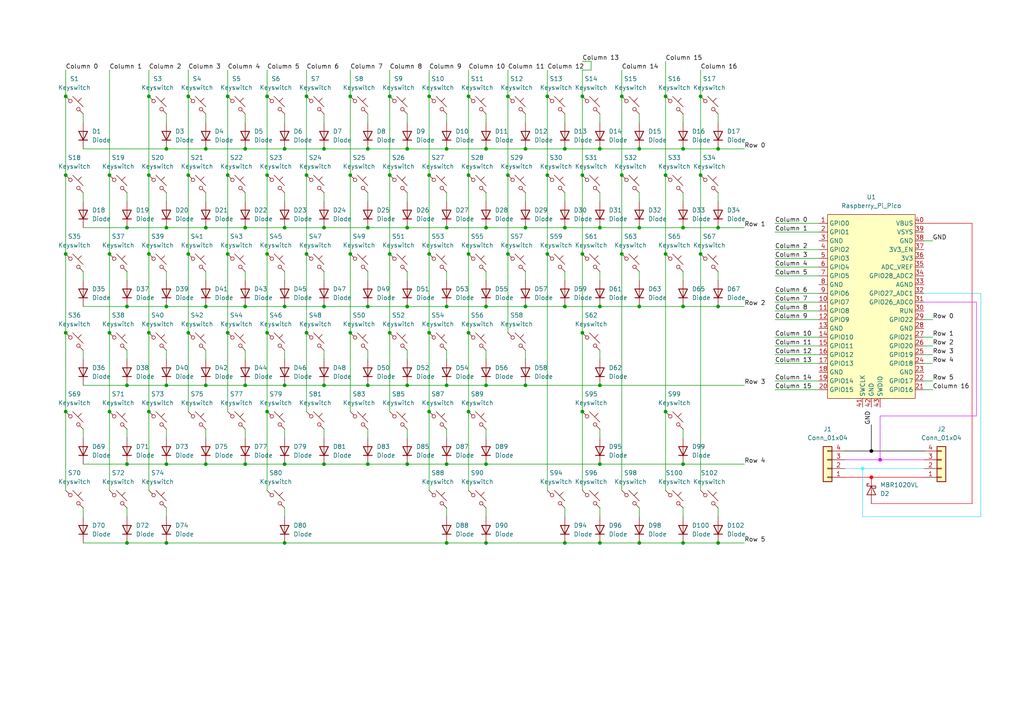
<source format=kicad_sch>
(kicad_sch (version 20250114) (generator "eeschema") (generator_version "9.0")
  (paper "A4")
  (lib_symbols
    (symbol "Connector_Generic:Conn_01x04" (pin_names (offset 1.016) (hide yes))
      (property "Reference" "J" (at 0 5.08 0))
      (property "Value" "Conn_01x04" (at 0 -7.62 0))
      (symbol "Conn_01x04_1_1"
        (pin passive line (at -5.08 2.54 0) (length 3.81) (name "Pin_1") (number "1"))
        (pin passive line (at -5.08 0 0) (length 3.81) (name "Pin_2") (number "2"))
        (pin passive line (at -5.08 -2.54 0) (length 3.81) (name "Pin_3") (number "3"))
        (pin passive line (at -5.08 -5.08 0) (length 3.81) (name "Pin_4") (number "4"))
      )
    )
    (symbol "Diode:MBR1020VL" (pin_numbers (hide yes)) (pin_names (hide yes))
      (property "Reference" "D" (at 0 2.54 0))
      (property "Value" "MBR1020VL" (at 0 -2.54 0))
      (symbol "MBR1020VL_1_1"
        (pin passive line (at -3.81 0 0) (length 2.54) (name "K") (number "1"))
        (pin passive line (at 3.81 0 180) (length 2.54) (name "A") (number "2"))
      )
    )
    (symbol "ScottoKeebs:MCU_Raspberry_Pi_Pico"
      (property "Reference" "U" (at 0 0 0))
      (property "Value" "Raspberry_Pi_Pico" (at 0 27.94 0))
      (symbol "MCU_Raspberry_Pi_Pico_1_1"
        (pin bidirectional line (at -15.24 24.13 0) (length 2.54) (name "GPIO0") (number "1"))
        (pin bidirectional line (at -15.24 21.59 0) (length 2.54) (name "GPIO1") (number "2"))
        (pin power_in line (at -15.24 19.05 0) (length 2.54) (name "GND") (number "3"))
        (pin bidirectional line (at -15.24 16.51 0) (length 2.54) (name "GPIO2") (number "4"))
        (pin bidirectional line (at -15.24 13.97 0) (length 2.54) (name "GPIO3") (number "5"))
        (pin bidirectional line (at -15.24 11.43 0) (length 2.54) (name "GPIO4") (number "6"))
        (pin bidirectional line (at -15.24 8.89 0) (length 2.54) (name "GPIO5") (number "7"))
        (pin power_in line (at -15.24 6.35 0) (length 2.54) (name "GND") (number "8"))
        (pin bidirectional line (at -15.24 3.81 0) (length 2.54) (name "GPIO6") (number "9"))
        (pin bidirectional line (at -15.24 1.27 0) (length 2.54) (name "GPIO7") (number "10"))
        (pin bidirectional line (at -15.24 -1.27 0) (length 2.54) (name "GPIO8") (number "11"))
        (pin bidirectional line (at -15.24 -3.81 0) (length 2.54) (name "GPIO9") (number "12"))
        (pin power_in line (at -15.24 -6.35 0) (length 2.54) (name "GND") (number "13"))
        (pin bidirectional line (at -15.24 -8.89 0) (length 2.54) (name "GPIO10") (number "14"))
        (pin bidirectional line (at -15.24 -11.43 0) (length 2.54) (name "GPIO11") (number "15"))
        (pin bidirectional line (at -15.24 -13.97 0) (length 2.54) (name "GPIO12") (number "16"))
        (pin bidirectional line (at -15.24 -16.51 0) (length 2.54) (name "GPIO13") (number "17"))
        (pin power_in line (at -15.24 -19.05 0) (length 2.54) (name "GND") (number "18"))
        (pin bidirectional line (at -15.24 -21.59 0) (length 2.54) (name "GPIO14") (number "19"))
        (pin bidirectional line (at -15.24 -24.13 0) (length 2.54) (name "GPIO15") (number "20"))
        (pin input line (at -2.54 -29.21 90) (length 2.54) (name "SWCLK") (number "41"))
        (pin power_in line (at 0 -29.21 90) (length 2.54) (name "GND") (number "42"))
        (pin bidirectional line (at 2.54 -29.21 90) (length 2.54) (name "SWDIO") (number "43"))
        (pin power_in line (at 15.24 24.13 180) (length 2.54) (name "VBUS") (number "40"))
        (pin power_in line (at 15.24 21.59 180) (length 2.54) (name "VSYS") (number "39"))
        (pin bidirectional line (at 15.24 19.05 180) (length 2.54) (name "GND") (number "38"))
        (pin input line (at 15.24 16.51 180) (length 2.54) (name "3V3_EN") (number "37"))
        (pin power_in line (at 15.24 13.97 180) (length 2.54) (name "3V3") (number "36"))
        (pin power_in line (at 15.24 11.43 180) (length 2.54) (name "ADC_VREF") (number "35"))
        (pin bidirectional line (at 15.24 8.89 180) (length 2.54) (name "GPIO28_ADC2") (number "34"))
        (pin power_in line (at 15.24 6.35 180) (length 2.54) (name "AGND") (number "33"))
        (pin bidirectional line (at 15.24 3.81 180) (length 2.54) (name "GPIO27_ADC1") (number "32"))
        (pin bidirectional line (at 15.24 1.27 180) (length 2.54) (name "GPIO26_ADC0") (number "31"))
        (pin input line (at 15.24 -1.27 180) (length 2.54) (name "RUN") (number "30"))
        (pin bidirectional line (at 15.24 -3.81 180) (length 2.54) (name "GPIO22") (number "29"))
        (pin power_in line (at 15.24 -6.35 180) (length 2.54) (name "GND") (number "28"))
        (pin bidirectional line (at 15.24 -8.89 180) (length 2.54) (name "GPIO21") (number "27"))
        (pin bidirectional line (at 15.24 -11.43 180) (length 2.54) (name "GPIO20") (number "26"))
        (pin bidirectional line (at 15.24 -13.97 180) (length 2.54) (name "GPIO19") (number "25"))
        (pin bidirectional line (at 15.24 -16.51 180) (length 2.54) (name "GPIO18") (number "24"))
        (pin power_in line (at 15.24 -19.05 180) (length 2.54) (name "GND") (number "23"))
        (pin bidirectional line (at 15.24 -21.59 180) (length 2.54) (name "GPIO17") (number "22"))
        (pin bidirectional line (at 15.24 -24.13 180) (length 2.54) (name "GPIO16") (number "21"))
      )
    )
    (symbol "ScottoKeebs:Placeholder_Diode" (pin_numbers (hide yes)) (pin_names (hide yes))
      (property "Reference" "D" (at 0 2.54 0))
      (property "Value" "Diode" (at 0 -2.54 0))
      (symbol "Placeholder_Diode_1_1"
        (pin passive line (at -3.81 0 0) (length 2.54) (name "K") (number "1"))
        (pin passive line (at 3.81 0 180) (length 2.54) (name "A") (number "2"))
      )
    )
    (symbol "ScottoKeebs:Placeholder_Keyswitch" (pin_numbers (hide yes)) (pin_names (offset 1.016) (hide yes))
      (property "Reference" "S" (at 3.048 1.016 0))
      (property "Value" "Keyswitch" (at 0 -3.81 0))
      (symbol "Placeholder_Keyswitch_0_1"
        (pin passive line (at -2.54 2.54 0) (length 0) (name "1") (number "1"))
        (pin passive line (at 2.54 -2.54 180) (length 0) (name "2") (number "2"))
      )
    )
  )
  (junction (at 82.55 88.9))
  (junction (at 43.18 50.8))
  (junction (at 158.75 27.94))
  (junction (at 140.97 157.48))
  (junction (at 48.26 43.18))
  (junction (at 59.69 111.76))
  (junction (at 88.9 50.8))
  (junction (at 93.98 111.76))
  (junction (at 43.18 96.52))
  (junction (at 118.11 111.76))
  (junction (at 71.12 43.18))
  (junction (at 106.68 43.18))
  (junction (at 173.99 88.9))
  (junction (at 208.28 66.04))
  (junction (at 36.83 88.9))
  (junction (at 129.54 157.48))
  (junction (at 198.12 66.04))
  (junction (at 48.26 66.04))
  (junction (at 106.68 134.62))
  (junction (at 93.98 43.18))
  (junction (at 43.18 73.66))
  (junction (at 113.03 27.94))
  (junction (at 101.6 27.94))
  (junction (at 71.12 88.9))
  (junction (at 124.46 96.52))
  (junction (at 198.12 157.48))
  (junction (at 54.61 27.94))
  (junction (at 106.68 66.04))
  (junction (at 54.61 96.52))
  (junction (at 129.54 43.18))
  (junction (at 113.03 50.8))
  (junction (at 82.55 134.62))
  (junction (at 203.2 73.66))
  (junction (at 48.26 111.76))
  (junction (at 129.54 134.62))
  (junction (at 147.32 50.8))
  (junction (at 168.91 27.94))
  (junction (at 66.04 50.8))
  (junction (at 36.83 134.62))
  (junction (at 147.32 73.66))
  (junction (at 168.91 50.8))
  (junction (at 19.05 73.66))
  (junction (at 118.11 88.9))
  (junction (at 152.4 66.04))
  (junction (at 113.03 73.66))
  (junction (at 135.89 50.8))
  (junction (at 59.69 66.04))
  (junction (at 168.91 73.66))
  (junction (at 113.03 96.52))
  (junction (at 118.11 43.18))
  (junction (at 135.89 27.94))
  (junction (at 54.61 73.66))
  (junction (at 48.26 157.48))
  (junction (at 93.98 134.62))
  (junction (at 252.73 138.43) (color 255 0 0 1))
  (junction (at 124.46 27.94))
  (junction (at 135.89 119.38))
  (junction (at 43.18 27.94))
  (junction (at 36.83 111.76))
  (junction (at 59.69 134.62))
  (junction (at 124.46 50.8))
  (junction (at 180.34 73.66))
  (junction (at 77.47 27.94))
  (junction (at 77.47 50.8))
  (junction (at 77.47 96.52))
  (junction (at 88.9 27.94))
  (junction (at 19.05 119.38))
  (junction (at 124.46 119.38))
  (junction (at 185.42 66.04))
  (junction (at 163.83 43.18))
  (junction (at 163.83 66.04))
  (junction (at 198.12 43.18))
  (junction (at 140.97 111.76))
  (junction (at 163.83 88.9))
  (junction (at 59.69 43.18))
  (junction (at 59.69 88.9))
  (junction (at 19.05 96.52))
  (junction (at 66.04 73.66))
  (junction (at 168.91 119.38))
  (junction (at 135.89 73.66))
  (junction (at 193.04 27.94))
  (junction (at 163.83 157.48))
  (junction (at 48.26 134.62))
  (junction (at 129.54 111.76))
  (junction (at 198.12 134.62))
  (junction (at 48.26 88.9))
  (junction (at 173.99 157.48))
  (junction (at 208.28 157.48))
  (junction (at 77.47 119.38))
  (junction (at 158.75 50.8))
  (junction (at 208.28 88.9))
  (junction (at 71.12 134.62))
  (junction (at 185.42 88.9))
  (junction (at 36.83 66.04))
  (junction (at 118.11 134.62))
  (junction (at 129.54 88.9))
  (junction (at 36.83 157.48))
  (junction (at 106.68 88.9))
  (junction (at 255.27 133.35) (color 216 6 255 1))
  (junction (at 31.75 96.52))
  (junction (at 140.97 66.04))
  (junction (at 173.99 111.76))
  (junction (at 185.42 157.48))
  (junction (at 135.89 96.52))
  (junction (at 101.6 96.52))
  (junction (at 19.05 27.94))
  (junction (at 158.75 73.66))
  (junction (at 43.18 119.38))
  (junction (at 198.12 88.9))
  (junction (at 71.12 66.04))
  (junction (at 152.4 111.76))
  (junction (at 173.99 134.62))
  (junction (at 124.46 73.66))
  (junction (at 82.55 111.76))
  (junction (at 173.99 43.18))
  (junction (at 66.04 96.52))
  (junction (at 185.42 43.18))
  (junction (at 82.55 43.18))
  (junction (at 252.73 130.81) (color 0 0 0 1))
  (junction (at 31.75 73.66))
  (junction (at 93.98 88.9))
  (junction (at 208.28 43.18))
  (junction (at 180.34 50.8))
  (junction (at 118.11 66.04))
  (junction (at 31.75 119.38))
  (junction (at 93.98 66.04))
  (junction (at 31.75 50.8))
  (junction (at 203.2 27.94))
  (junction (at 106.68 111.76))
  (junction (at 168.91 96.52))
  (junction (at 152.4 88.9))
  (junction (at 101.6 73.66))
  (junction (at 193.04 50.8))
  (junction (at 250.19 135.89) (color 65 253 255 1))
  (junction (at 203.2 50.8))
  (junction (at 193.04 119.38))
  (junction (at 71.12 111.76))
  (junction (at 140.97 43.18))
  (junction (at 140.97 88.9))
  (junction (at 152.4 43.18))
  (junction (at 193.04 73.66))
  (junction (at 77.47 73.66))
  (junction (at 101.6 50.8))
  (junction (at 173.99 66.04))
  (junction (at 180.34 27.94))
  (junction (at 88.9 73.66))
  (junction (at 88.9 96.52))
  (junction (at 129.54 66.04))
  (junction (at 54.61 50.8))
  (junction (at 82.55 157.48))
  (junction (at 82.55 66.04))
  (junction (at 147.32 27.94))
  (junction (at 19.05 50.8))
  (junction (at 66.04 27.94))
  (junction (at 140.97 134.62))
  (wire (pts (xy 93.98 134.62) (xy 106.68 134.62)))
  (wire (pts (xy 224.79 105.41) (xy 237.49 105.41)))
  (wire (pts (xy 267.97 113.03) (xy 270.51 113.03)))
  (wire (pts (xy 71.12 66.04) (xy 82.55 66.04)))
  (wire (pts (xy 48.26 55.88) (xy 48.26 58.42)))
  (wire (pts (xy 135.89 119.38) (xy 135.89 142.24)))
  (wire (pts (xy 129.54 101.6) (xy 129.54 104.14)))
  (wire (pts (xy 185.42 147.32) (xy 185.42 149.86)))
  (wire (pts (xy 106.68 111.76) (xy 118.11 111.76)))
  (wire (pts (xy 24.13 33.02) (xy 24.13 35.56)))
  (wire (pts (xy 283.21 87.63) (xy 283.21 120.65)) (stroke (width 0) (color 202 27 255 1)))
  (wire (pts (xy 48.26 33.02) (xy 48.26 35.56)))
  (wire (pts (xy 250.19 135.89) (xy 245.11 135.89)) (stroke (width 0) (color 56 213 232 1)))
  (wire (pts (xy 82.55 78.74) (xy 82.55 81.28)))
  (wire (pts (xy 59.69 124.46) (xy 59.69 127)))
  (wire (pts (xy 106.68 88.9) (xy 118.11 88.9)))
  (wire (pts (xy 185.42 157.48) (xy 198.12 157.48)))
  (wire (pts (xy 82.55 66.04) (xy 93.98 66.04)))
  (wire (pts (xy 124.46 96.52) (xy 124.46 119.38)))
  (wire (pts (xy 124.46 20.32) (xy 124.46 27.94)))
  (wire (pts (xy 71.12 78.74) (xy 71.12 81.28)))
  (wire (pts (xy 224.79 100.33) (xy 237.49 100.33)))
  (wire (pts (xy 36.83 124.46) (xy 36.83 127)))
  (wire (pts (xy 66.04 96.52) (xy 66.04 119.38)))
  (wire (pts (xy 224.79 77.47) (xy 237.49 77.47)))
  (wire (pts (xy 118.11 78.74) (xy 118.11 81.28)))
  (wire (pts (xy 24.13 66.04) (xy 36.83 66.04)))
  (wire (pts (xy 185.42 78.74) (xy 185.42 81.28)))
  (wire (pts (xy 93.98 88.9) (xy 106.68 88.9)))
  (wire (pts (xy 54.61 27.94) (xy 54.61 50.8)))
  (wire (pts (xy 31.75 119.38) (xy 31.75 142.24)))
  (wire (pts (xy 208.28 88.9) (xy 215.9 88.9)))
  (wire (pts (xy 24.13 78.74) (xy 24.13 81.28)))
  (wire (pts (xy 19.05 20.32) (xy 19.05 27.94)))
  (wire (pts (xy 255.27 120.65) (xy 255.27 133.35)) (stroke (width 0) (color 202 27 255 1)))
  (wire (pts (xy 193.04 73.66) (xy 193.04 119.38)))
  (wire (pts (xy 129.54 124.46) (xy 129.54 127)))
  (wire (pts (xy 250.19 135.89) (xy 267.97 135.89)) (stroke (width 0) (color 56 213 232 1)))
  (wire (pts (xy 245.11 130.81) (xy 252.73 130.81)) (stroke (width 0) (color 0 0 0 1)))
  (wire (pts (xy 118.11 111.76) (xy 129.54 111.76)))
  (wire (pts (xy 54.61 50.8) (xy 54.61 73.66)))
  (wire (pts (xy 19.05 73.66) (xy 19.05 96.52)))
  (wire (pts (xy 152.4 78.74) (xy 152.4 81.28)))
  (wire (pts (xy 48.26 134.62) (xy 59.69 134.62)))
  (wire (pts (xy 267.97 64.77) (xy 281.94 64.77)) (stroke (width 0) (color 232 0 0 1)))
  (wire (pts (xy 267.97 92.71) (xy 270.51 92.71)))
  (wire (pts (xy 203.2 73.66) (xy 203.2 142.24)))
  (wire (pts (xy 129.54 111.76) (xy 140.97 111.76)))
  (wire (pts (xy 36.83 134.62) (xy 48.26 134.62)))
  (wire (pts (xy 71.12 55.88) (xy 71.12 58.42)))
  (wire (pts (xy 24.13 111.76) (xy 36.83 111.76)))
  (wire (pts (xy 101.6 96.52) (xy 101.6 119.38)))
  (wire (pts (xy 147.32 27.94) (xy 147.32 50.8)))
  (wire (pts (xy 140.97 111.76) (xy 152.4 111.76)))
  (wire (pts (xy 19.05 119.38) (xy 19.05 142.24)))
  (wire (pts (xy 124.46 50.8) (xy 124.46 73.66)))
  (wire (pts (xy 118.11 124.46) (xy 118.11 127)))
  (wire (pts (xy 135.89 73.66) (xy 135.89 96.52)))
  (wire (pts (xy 185.42 66.04) (xy 198.12 66.04)))
  (wire (pts (xy 224.79 102.87) (xy 237.49 102.87)))
  (wire (pts (xy 152.4 66.04) (xy 163.83 66.04)))
  (wire (pts (xy 59.69 33.02) (xy 59.69 35.56)))
  (wire (pts (xy 19.05 50.8) (xy 19.05 73.66)))
  (wire (pts (xy 224.79 90.17) (xy 237.49 90.17)))
  (wire (pts (xy 185.42 43.18) (xy 198.12 43.18)))
  (wire (pts (xy 93.98 55.88) (xy 93.98 58.42)))
  (wire (pts (xy 208.28 157.48) (xy 215.9 157.48)))
  (wire (pts (xy 163.83 43.18) (xy 173.99 43.18)))
  (wire (pts (xy 252.73 146.05) (xy 281.94 146.05)) (stroke (width 0) (color 232 0 0 1)))
  (wire (pts (xy 140.97 124.46) (xy 140.97 127)))
  (wire (pts (xy 198.12 124.46) (xy 198.12 127)))
  (wire (pts (xy 168.91 20.32) (xy 168.91 27.94)))
  (wire (pts (xy 59.69 134.62) (xy 71.12 134.62)))
  (wire (pts (xy 267.97 102.87) (xy 270.51 102.87)))
  (wire (pts (xy 118.11 88.9) (xy 129.54 88.9)))
  (wire (pts (xy 93.98 33.02) (xy 93.98 35.56)))
  (wire (pts (xy 31.75 50.8) (xy 31.75 73.66)))
  (wire (pts (xy 71.12 134.62) (xy 82.55 134.62)))
  (wire (pts (xy 71.12 33.02) (xy 71.12 35.56)))
  (wire (pts (xy 66.04 50.8) (xy 66.04 73.66)))
  (wire (pts (xy 36.83 157.48) (xy 48.26 157.48)))
  (wire (pts (xy 224.79 110.49) (xy 237.49 110.49)))
  (wire (pts (xy 93.98 124.46) (xy 93.98 127)))
  (wire (pts (xy 101.6 27.94) (xy 101.6 50.8)))
  (wire (pts (xy 118.11 33.02) (xy 118.11 35.56)))
  (wire (pts (xy 147.32 20.32) (xy 147.32 27.94)))
  (wire (pts (xy 59.69 66.04) (xy 71.12 66.04)))
  (wire (pts (xy 118.11 134.62) (xy 129.54 134.62)))
  (wire (pts (xy 267.97 110.49) (xy 270.51 110.49)))
  (wire (pts (xy 152.4 101.6) (xy 152.4 104.14)))
  (wire (pts (xy 43.18 20.32) (xy 43.18 27.94)))
  (wire (pts (xy 185.42 55.88) (xy 185.42 58.42)))
  (wire (pts (xy 168.91 119.38) (xy 168.91 142.24)))
  (wire (pts (xy 180.34 20.32) (xy 180.34 27.94)))
  (wire (pts (xy 106.68 43.18) (xy 118.11 43.18)))
  (wire (pts (xy 163.83 55.88) (xy 163.83 58.42)))
  (wire (pts (xy 173.99 33.02) (xy 173.99 35.56)))
  (wire (pts (xy 203.2 27.94) (xy 203.2 50.8)))
  (wire (pts (xy 36.83 78.74) (xy 36.83 81.28)))
  (wire (pts (xy 36.83 111.76) (xy 48.26 111.76)))
  (wire (pts (xy 198.12 134.62) (xy 215.9 134.62)))
  (wire (pts (xy 281.94 64.77) (xy 281.94 146.05)) (stroke (width 0) (color 232 0 0 1)))
  (wire (pts (xy 171.45 20.32) (xy 171.45 17.78)))
  (wire (pts (xy 173.99 134.62) (xy 198.12 134.62)))
  (wire (pts (xy 113.03 27.94) (xy 113.03 50.8)))
  (wire (pts (xy 82.55 157.48) (xy 129.54 157.48)))
  (wire (pts (xy 24.13 134.62) (xy 36.83 134.62)))
  (wire (pts (xy 77.47 119.38) (xy 77.47 142.24)))
  (wire (pts (xy 152.4 111.76) (xy 173.99 111.76)))
  (wire (pts (xy 36.83 88.9) (xy 48.26 88.9)))
  (wire (pts (xy 71.12 88.9) (xy 82.55 88.9)))
  (wire (pts (xy 173.99 147.32) (xy 173.99 149.86)))
  (wire (pts (xy 106.68 66.04) (xy 118.11 66.04)))
  (wire (pts (xy 224.79 92.71) (xy 237.49 92.71)))
  (wire (pts (xy 152.4 33.02) (xy 152.4 35.56)))
  (wire (pts (xy 158.75 20.32) (xy 158.75 27.94)))
  (wire (pts (xy 113.03 96.52) (xy 113.03 119.38)))
  (wire (pts (xy 59.69 43.18) (xy 71.12 43.18)))
  (wire (pts (xy 93.98 111.76) (xy 106.68 111.76)))
  (wire (pts (xy 180.34 73.66) (xy 180.34 142.24)))
  (wire (pts (xy 82.55 134.62) (xy 93.98 134.62)))
  (wire (pts (xy 59.69 101.6) (xy 59.69 104.14)))
  (wire (pts (xy 31.75 96.52) (xy 31.75 119.38)))
  (wire (pts (xy 180.34 50.8) (xy 180.34 73.66)))
  (wire (pts (xy 198.12 43.18) (xy 208.28 43.18)))
  (wire (pts (xy 135.89 27.94) (xy 135.89 50.8)))
  (wire (pts (xy 224.79 97.79) (xy 237.49 97.79)))
  (wire (pts (xy 106.68 33.02) (xy 106.68 35.56)))
  (wire (pts (xy 267.97 85.09) (xy 284.48 85.09)) (stroke (width 0) (color 56 213 232 1)))
  (wire (pts (xy 147.32 73.66) (xy 147.32 96.52)))
  (wire (pts (xy 250.19 149.86) (xy 250.19 135.89)) (stroke (width 0) (color 56 213 232 1)))
  (wire (pts (xy 66.04 73.66) (xy 66.04 96.52)))
  (wire (pts (xy 24.13 157.48) (xy 36.83 157.48)))
  (wire (pts (xy 129.54 157.48) (xy 140.97 157.48)))
  (wire (pts (xy 163.83 66.04) (xy 173.99 66.04)))
  (wire (pts (xy 267.97 105.41) (xy 270.51 105.41)))
  (wire (pts (xy 82.55 111.76) (xy 93.98 111.76)))
  (wire (pts (xy 267.97 87.63) (xy 283.21 87.63)) (stroke (width 0) (color 202 27 255 1)))
  (wire (pts (xy 135.89 20.32) (xy 135.89 27.94)))
  (wire (pts (xy 82.55 88.9) (xy 93.98 88.9)))
  (wire (pts (xy 101.6 20.32) (xy 101.6 27.94)))
  (wire (pts (xy 135.89 96.52) (xy 135.89 119.38)))
  (wire (pts (xy 43.18 50.8) (xy 43.18 73.66)))
  (wire (pts (xy 93.98 66.04) (xy 106.68 66.04)))
  (wire (pts (xy 163.83 78.74) (xy 163.83 81.28)))
  (wire (pts (xy 19.05 27.94) (xy 19.05 50.8)))
  (wire (pts (xy 173.99 124.46) (xy 173.99 127)))
  (wire (pts (xy 101.6 73.66) (xy 101.6 96.52)))
  (wire (pts (xy 168.91 96.52) (xy 168.91 119.38)))
  (wire (pts (xy 140.97 147.32) (xy 140.97 149.86)))
  (wire (pts (xy 198.12 55.88) (xy 198.12 58.42)))
  (wire (pts (xy 140.97 43.18) (xy 152.4 43.18)))
  (wire (pts (xy 193.04 119.38) (xy 193.04 142.24)))
  (wire (pts (xy 88.9 27.94) (xy 88.9 50.8)))
  (wire (pts (xy 71.12 101.6) (xy 71.12 104.14)))
  (wire (pts (xy 129.54 88.9) (xy 140.97 88.9)))
  (wire (pts (xy 208.28 78.74) (xy 208.28 81.28)))
  (wire (pts (xy 118.11 43.18) (xy 129.54 43.18)))
  (wire (pts (xy 88.9 50.8) (xy 88.9 73.66)))
  (wire (pts (xy 140.97 157.48) (xy 163.83 157.48)))
  (wire (pts (xy 198.12 88.9) (xy 208.28 88.9)))
  (wire (pts (xy 48.26 124.46) (xy 48.26 127)))
  (wire (pts (xy 129.54 78.74) (xy 129.54 81.28)))
  (wire (pts (xy 93.98 78.74) (xy 93.98 81.28)))
  (wire (pts (xy 193.04 27.94) (xy 193.04 50.8)))
  (wire (pts (xy 147.32 50.8) (xy 147.32 73.66)))
  (wire (pts (xy 82.55 33.02) (xy 82.55 35.56)))
  (wire (pts (xy 54.61 20.32) (xy 54.61 27.94)))
  (wire (pts (xy 198.12 78.74) (xy 198.12 81.28)))
  (wire (pts (xy 48.26 147.32) (xy 48.26 149.86)))
  (wire (pts (xy 152.4 55.88) (xy 152.4 58.42)))
  (wire (pts (xy 113.03 50.8) (xy 113.03 73.66)))
  (wire (pts (xy 140.97 101.6) (xy 140.97 104.14)))
  (wire (pts (xy 152.4 43.18) (xy 163.83 43.18)))
  (wire (pts (xy 198.12 33.02) (xy 198.12 35.56)))
  (wire (pts (xy 124.46 73.66) (xy 124.46 96.52)))
  (wire (pts (xy 129.54 33.02) (xy 129.54 35.56)))
  (wire (pts (xy 129.54 147.32) (xy 129.54 149.86)))
  (wire (pts (xy 43.18 96.52) (xy 43.18 119.38)))
  (wire (pts (xy 24.13 88.9) (xy 36.83 88.9)))
  (wire (pts (xy 283.21 120.65) (xy 255.27 120.65)) (stroke (width 0) (color 202 27 255 1)))
  (wire (pts (xy 113.03 73.66) (xy 113.03 96.52)))
  (wire (pts (xy 118.11 66.04) (xy 129.54 66.04)))
  (wire (pts (xy 140.97 66.04) (xy 152.4 66.04)))
  (wire (pts (xy 77.47 73.66) (xy 77.47 96.52)))
  (wire (pts (xy 43.18 27.94) (xy 43.18 50.8)))
  (wire (pts (xy 284.48 85.09) (xy 284.48 149.86)) (stroke (width 0) (color 56 213 232 1)))
  (wire (pts (xy 71.12 124.46) (xy 71.12 127)))
  (wire (pts (xy 54.61 96.52) (xy 54.61 119.38)))
  (wire (pts (xy 168.91 17.78) (xy 171.45 17.78)))
  (wire (pts (xy 224.79 67.31) (xy 237.49 67.31)))
  (wire (pts (xy 82.55 147.32) (xy 82.55 149.86)))
  (wire (pts (xy 24.13 55.88) (xy 24.13 58.42)))
  (wire (pts (xy 77.47 20.32) (xy 77.47 27.94)))
  (wire (pts (xy 24.13 101.6) (xy 24.13 104.14)))
  (wire (pts (xy 203.2 20.32) (xy 203.2 27.94)))
  (wire (pts (xy 48.26 43.18) (xy 59.69 43.18)))
  (wire (pts (xy 163.83 147.32) (xy 163.83 149.86)))
  (wire (pts (xy 173.99 157.48) (xy 185.42 157.48)))
  (wire (pts (xy 106.68 78.74) (xy 106.68 81.28)))
  (wire (pts (xy 158.75 27.94) (xy 158.75 50.8)))
  (wire (pts (xy 77.47 96.52) (xy 77.47 119.38)))
  (wire (pts (xy 106.68 134.62) (xy 118.11 134.62)))
  (wire (pts (xy 124.46 27.94) (xy 124.46 50.8)))
  (wire (pts (xy 129.54 66.04) (xy 140.97 66.04)))
  (wire (pts (xy 77.47 27.94) (xy 77.47 50.8)))
  (wire (pts (xy 140.97 134.62) (xy 173.99 134.62)))
  (wire (pts (xy 36.83 147.32) (xy 36.83 149.86)))
  (wire (pts (xy 168.91 20.32) (xy 171.45 20.32)))
  (wire (pts (xy 168.91 27.94) (xy 168.91 50.8)))
  (wire (pts (xy 31.75 73.66) (xy 31.75 96.52)))
  (wire (pts (xy 208.28 55.88) (xy 208.28 58.42)))
  (wire (pts (xy 140.97 78.74) (xy 140.97 81.28)))
  (wire (pts (xy 82.55 43.18) (xy 93.98 43.18)))
  (wire (pts (xy 152.4 88.9) (xy 163.83 88.9)))
  (wire (pts (xy 173.99 111.76) (xy 215.9 111.76)))
  (wire (pts (xy 245.11 138.43) (xy 252.73 138.43)) (stroke (width 0) (color 232 0 0 1)))
  (wire (pts (xy 43.18 73.66) (xy 43.18 96.52)))
  (wire (pts (xy 198.12 66.04) (xy 208.28 66.04)))
  (wire (pts (xy 77.47 50.8) (xy 77.47 73.66)))
  (wire (pts (xy 88.9 96.52) (xy 88.9 119.38)))
  (wire (pts (xy 66.04 20.32) (xy 66.04 27.94)))
  (wire (pts (xy 19.05 96.52) (xy 19.05 119.38)))
  (wire (pts (xy 185.42 33.02) (xy 185.42 35.56)))
  (wire (pts (xy 224.79 72.39) (xy 237.49 72.39)))
  (wire (pts (xy 82.55 55.88) (xy 82.55 58.42)))
  (wire (pts (xy 129.54 55.88) (xy 129.54 58.42)))
  (wire (pts (xy 208.28 43.18) (xy 215.9 43.18)))
  (wire (pts (xy 284.48 149.86) (xy 250.19 149.86)) (stroke (width 0) (color 56 213 232 1)))
  (wire (pts (xy 168.91 73.66) (xy 168.91 96.52)))
  (wire (pts (xy 140.97 88.9) (xy 152.4 88.9)))
  (wire (pts (xy 203.2 50.8) (xy 203.2 73.66)))
  (wire (pts (xy 185.42 88.9) (xy 198.12 88.9)))
  (wire (pts (xy 140.97 55.88) (xy 140.97 58.42)))
  (wire (pts (xy 106.68 55.88) (xy 106.68 58.42)))
  (wire (pts (xy 208.28 33.02) (xy 208.28 35.56)))
  (wire (pts (xy 252.73 130.81) (xy 267.97 130.81)) (stroke (width 0) (color 0 0 0 1)))
  (wire (pts (xy 224.79 64.77) (xy 237.49 64.77)))
  (wire (pts (xy 173.99 78.74) (xy 173.99 81.28)))
  (wire (pts (xy 24.13 43.18) (xy 48.26 43.18)))
  (wire (pts (xy 93.98 43.18) (xy 106.68 43.18)))
  (wire (pts (xy 59.69 88.9) (xy 71.12 88.9)))
  (wire (pts (xy 48.26 157.48) (xy 82.55 157.48)))
  (wire (pts (xy 118.11 101.6) (xy 118.11 104.14)))
  (wire (pts (xy 24.13 124.46) (xy 24.13 127)))
  (wire (pts (xy 48.26 111.76) (xy 59.69 111.76)))
  (wire (pts (xy 59.69 78.74) (xy 59.69 81.28)))
  (wire (pts (xy 24.13 147.32) (xy 24.13 149.86)))
  (wire (pts (xy 71.12 111.76) (xy 82.55 111.76)))
  (wire (pts (xy 224.79 80.01) (xy 237.49 80.01)))
  (wire (pts (xy 255.27 133.35) (xy 245.11 133.35)) (stroke (width 0) (color 202 27 255 1)))
  (wire (pts (xy 224.79 74.93) (xy 237.49 74.93)))
  (wire (pts (xy 173.99 55.88) (xy 173.99 58.42)))
  (wire (pts (xy 48.26 66.04) (xy 59.69 66.04)))
  (wire (pts (xy 135.89 50.8) (xy 135.89 73.66)))
  (wire (pts (xy 66.04 27.94) (xy 66.04 50.8)))
  (wire (pts (xy 193.04 17.78) (xy 193.04 27.94)))
  (wire (pts (xy 88.9 73.66) (xy 88.9 96.52)))
  (wire (pts (xy 88.9 20.32) (xy 88.9 27.94)))
  (wire (pts (xy 158.75 50.8) (xy 158.75 73.66)))
  (wire (pts (xy 168.91 50.8) (xy 168.91 73.66)))
  (wire (pts (xy 43.18 119.38) (xy 43.18 142.24)))
  (wire (pts (xy 113.03 20.32) (xy 113.03 27.94)))
  (wire (pts (xy 193.04 50.8) (xy 193.04 73.66)))
  (wire (pts (xy 82.55 124.46) (xy 82.55 127)))
  (wire (pts (xy 129.54 134.62) (xy 140.97 134.62)))
  (wire (pts (xy 48.26 78.74) (xy 48.26 81.28)))
  (wire (pts (xy 180.34 27.94) (xy 180.34 50.8)))
  (wire (pts (xy 252.73 123.19) (xy 252.73 130.81)) (stroke (width 0) (color 0 0 0 1)))
  (wire (pts (xy 124.46 119.38) (xy 124.46 142.24)))
  (wire (pts (xy 118.11 55.88) (xy 118.11 58.42)))
  (wire (pts (xy 173.99 43.18) (xy 185.42 43.18)))
  (wire (pts (xy 36.83 101.6) (xy 36.83 104.14)))
  (wire (pts (xy 163.83 33.02) (xy 163.83 35.56)))
  (wire (pts (xy 198.12 157.48) (xy 208.28 157.48)))
  (wire (pts (xy 93.98 101.6) (xy 93.98 104.14)))
  (wire (pts (xy 158.75 73.66) (xy 158.75 142.24)))
  (wire (pts (xy 224.79 85.09) (xy 237.49 85.09)))
  (wire (pts (xy 252.73 138.43) (xy 267.97 138.43)) (stroke (width 0) (color 232 0 0 1)))
  (wire (pts (xy 267.97 100.33) (xy 270.51 100.33)))
  (wire (pts (xy 173.99 66.04) (xy 185.42 66.04)))
  (wire (pts (xy 173.99 101.6) (xy 173.99 104.14)))
  (wire (pts (xy 198.12 147.32) (xy 198.12 149.86)))
  (wire (pts (xy 101.6 50.8) (xy 101.6 73.66)))
  (wire (pts (xy 208.28 66.04) (xy 215.9 66.04)))
  (wire (pts (xy 224.79 113.03) (xy 237.49 113.03)))
  (wire (pts (xy 54.61 73.66) (xy 54.61 96.52)))
  (wire (pts (xy 36.83 55.88) (xy 36.83 58.42)))
  (wire (pts (xy 59.69 55.88) (xy 59.69 58.42)))
  (wire (pts (xy 71.12 43.18) (xy 82.55 43.18)))
  (wire (pts (xy 224.79 87.63) (xy 237.49 87.63)))
  (wire (pts (xy 106.68 101.6) (xy 106.68 104.14)))
  (wire (pts (xy 129.54 43.18) (xy 140.97 43.18)))
  (wire (pts (xy 48.26 88.9) (xy 59.69 88.9)))
  (wire (pts (xy 163.83 157.48) (xy 173.99 157.48)))
  (wire (pts (xy 255.27 133.35) (xy 267.97 133.35)) (stroke (width 0) (color 202 27 255 1)))
  (wire (pts (xy 267.97 69.85) (xy 270.51 69.85)))
  (wire (pts (xy 48.26 101.6) (xy 48.26 104.14)))
  (wire (pts (xy 267.97 97.79) (xy 270.51 97.79)))
  (wire (pts (xy 208.28 147.32) (xy 208.28 149.86)))
  (wire (pts (xy 106.68 124.46) (xy 106.68 127)))
  (wire (pts (xy 36.83 66.04) (xy 48.26 66.04)))
  (wire (pts (xy 173.99 88.9) (xy 185.42 88.9)))
  (wire (pts (xy 82.55 101.6) (xy 82.55 104.14)))
  (wire (pts (xy 163.83 88.9) (xy 173.99 88.9)))
  (wire (pts (xy 140.97 33.02) (xy 140.97 35.56)))
  (wire (pts (xy 31.75 20.32) (xy 31.75 50.8)))
  (wire (pts (xy 59.69 111.76) (xy 71.12 111.76)))
  (label "Column 10" (at 135.89 20.32 0))
  (label "Row 5" (at 270.51 110.49 0))
  (label "Column 16" (at 203.2 20.32 0))
  (label "Row 0" (at 215.9 43.18 0))
  (label "Row 0" (at 270.51 92.71 0))
  (label "Column 5" (at 77.47 20.32 0))
  (label "Column 8" (at 113.03 20.32 0))
  (label "Column 13" (at 168.91 17.78 0))
  (label "Column 3" (at 224.79 74.93 0))
  (label "Column 0" (at 19.05 20.32 0))
  (label "Column 11" (at 147.32 20.32 0))
  (label "Row 4" (at 270.51 105.41 0))
  (label "Column 11" (at 224.79 100.33 0))
  (label "Column 7" (at 101.6 20.32 0))
  (label "Column 8" (at 224.79 90.17 0))
  (label "GND" (at 270.51 69.85 0))
  (label "Row 2" (at 270.51 100.33 0))
  (label "Column 15" (at 224.79 113.03 0))
  (label "Row 5" (at 215.9 157.48 0))
  (label "Row 4" (at 215.9 134.62 0))
  (label "Column 16" (at 270.51 113.03 0))
  (label "Column 1" (at 31.75 20.32 0))
  (label "Column 14" (at 224.79 110.49 0))
  (label "Column 7" (at 224.79 87.63 0))
  (label "Column 2" (at 43.18 20.32 0))
  (label "Column 5" (at 224.79 80.01 0))
  (label "Column 10" (at 224.79 97.79 0))
  (label "Column 4" (at 224.79 77.47 0))
  (label "Column 15" (at 193.04 17.78 0))
  (label "Column 13" (at 224.79 105.41 0))
  (label "Column 6" (at 224.79 85.09 0))
  (label "Column 2" (at 224.79 72.39 0))
  (label "Column 4" (at 66.04 20.32 0))
  (label "Column 6" (at 88.9 20.32 0))
  (label "Row 3" (at 215.9 111.76 0))
  (label "Column 0" (at 224.79 64.77 0))
  (label "Column 14" (at 180.34 20.32 0))
  (label "Column 1" (at 224.79 67.31 0))
  (label "Row 2" (at 215.9 88.9 0))
  (label "Column 9" (at 224.79 92.71 0))
  (label "Column 12" (at 158.75 20.32 0))
  (label "Column 3" (at 54.61 20.32 0))
  (label "Column 9" (at 124.46 20.32 0))
  (label "GND" (at 252.73 123.19 90))
  (label "Row 3" (at 270.51 102.87 0))
  (label "Column 12" (at 224.79 102.87 0))
  (label "Row 1" (at 270.51 97.79 0))
  (label "Row 1" (at 215.9 66.04 0))
  (symbol (lib_id "ScottoKeebs:Placeholder_Diode") (at 129.54 62.23 90) (unit 1)
    (property "Reference" "D27" (at 132.08 60.9599 90) (effects (justify right)))
    (property "Value" "Diode" (at 132.08 63.4999 90) (effects (justify right)))
    (property "Footprint" "ScottoKeebs_Components:Diode_DO-35" (effects (hide yes)))
    (property "Description" "1N4148 (DO-35) or 1N4148W (SOD-123)" (effects (hide yes)))
    (property "Sim.Device" "D" (effects (hide yes)))
    (property "Sim.Pins" "1=K 2=A" (effects (hide yes)))
  )
  (symbol (lib_id "ScottoKeebs:Placeholder_Diode") (at 118.11 62.23 90) (unit 1)
    (property "Reference" "D26" (at 120.65 60.9599 90) (effects (justify right)))
    (property "Value" "Diode" (at 120.65 63.4999 90) (effects (justify right)))
    (property "Footprint" "ScottoKeebs_Components:Diode_DO-35" (effects (hide yes)))
    (property "Description" "1N4148 (DO-35) or 1N4148W (SOD-123)" (effects (hide yes)))
    (property "Sim.Device" "D" (effects (hide yes)))
    (property "Sim.Pins" "1=K 2=A" (effects (hide yes)))
  )
  (symbol (lib_id "ScottoKeebs:Placeholder_Diode") (at 82.55 130.81 90) (unit 1)
    (property "Reference" "D79" (at 85.09 129.5399 90) (effects (justify right)))
    (property "Value" "Diode" (at 85.09 132.0799 90) (effects (justify right)))
    (property "Footprint" "ScottoKeebs_Components:Diode_DO-35" (effects (hide yes)))
    (property "Description" "1N4148 (DO-35) or 1N4148W (SOD-123)" (effects (hide yes)))
    (property "Sim.Device" "D" (effects (hide yes)))
    (property "Sim.Pins" "1=K 2=A" (effects (hide yes)))
  )
  (symbol (lib_id "ScottoKeebs:Placeholder_Keyswitch") (at 68.58 76.2 0) (unit 1)
    (property "Reference" "S43" (at 68.58 68.58 0))
    (property "Value" "Keyswitch" (at 68.58 71.12 0))
    (property "Footprint" "ScottoKeebs_MX:MX_PCB_1.00u" (effects (hide yes)))
    (property "Description" "Push button switch, normally open, two pins, 45° tilted" (effects (hide yes)))
  )
  (symbol (lib_id "ScottoKeebs:Placeholder_Keyswitch") (at 104.14 121.92 0) (unit 1)
    (property "Reference" "S83" (at 104.14 114.3 0))
    (property "Value" "Keyswitch" (at 104.14 116.84 0))
    (property "Footprint" "ScottoKeebs_MX:MX_PCB_1.00u" (effects (hide yes)))
    (property "Description" "Push button switch, normally open, two pins, 45° tilted" (effects (hide yes)))
  )
  (symbol (lib_id "ScottoKeebs:Placeholder_Diode") (at 129.54 153.67 90) (unit 1)
    (property "Reference" "D88" (at 132.08 152.3999 90) (effects (justify right)))
    (property "Value" "Diode" (at 132.08 154.9399 90) (effects (justify right)))
    (property "Footprint" "ScottoKeebs_Components:Diode_DO-35" (effects (hide yes)))
    (property "Description" "1N4148 (DO-35) or 1N4148W (SOD-123)" (effects (hide yes)))
    (property "Sim.Device" "D" (effects (hide yes)))
    (property "Sim.Pins" "1=K 2=A" (effects (hide yes)))
  )
  (symbol (lib_id "ScottoKeebs:Placeholder_Keyswitch") (at 195.58 53.34 0) (unit 1)
    (property "Reference" "S33" (at 195.58 45.72 0))
    (property "Value" "Keyswitch" (at 195.58 48.26 0))
    (property "Footprint" "ScottoKeebs_MX:MX_PCB_1.00u" (effects (hide yes)))
    (property "Description" "Push button switch, normally open, two pins, 45° tilted" (effects (hide yes)))
  )
  (symbol (lib_id "ScottoKeebs:Placeholder_Diode") (at 106.68 85.09 90) (unit 1)
    (property "Reference" "D49" (at 109.22 83.8199 90) (effects (justify right)))
    (property "Value" "Diode" (at 109.22 86.3599 90) (effects (justify right)))
    (property "Footprint" "ScottoKeebs_Components:Diode_DO-35" (effects (hide yes)))
    (property "Description" "1N4148 (DO-35) or 1N4148W (SOD-123)" (effects (hide yes)))
    (property "Sim.Device" "D" (effects (hide yes)))
    (property "Sim.Pins" "1=K 2=A" (effects (hide yes)))
  )
  (symbol (lib_id "ScottoKeebs:Placeholder_Diode") (at 106.68 130.81 90) (unit 1)
    (property "Reference" "D83" (at 109.22 129.5399 90) (effects (justify right)))
    (property "Value" "Diode" (at 109.22 132.0799 90) (effects (justify right)))
    (property "Footprint" "ScottoKeebs_Components:Diode_DO-35" (effects (hide yes)))
    (property "Description" "1N4148 (DO-35) or 1N4148W (SOD-123)" (effects (hide yes)))
    (property "Sim.Device" "D" (effects (hide yes)))
    (property "Sim.Pins" "1=K 2=A" (effects (hide yes)))
  )
  (symbol (lib_id "ScottoKeebs:Placeholder_Diode") (at 82.55 62.23 90) (unit 1)
    (property "Reference" "D23" (at 85.09 60.9599 90) (effects (justify right)))
    (property "Value" "Diode" (at 85.09 63.4999 90) (effects (justify right)))
    (property "Footprint" "ScottoKeebs_Components:Diode_DO-35" (effects (hide yes)))
    (property "Description" "1N4148 (DO-35) or 1N4148W (SOD-123)" (effects (hide yes)))
    (property "Sim.Device" "D" (effects (hide yes)))
    (property "Sim.Pins" "1=K 2=A" (effects (hide yes)))
  )
  (symbol (lib_id "ScottoKeebs:Placeholder_Keyswitch") (at 45.72 30.48 0) (unit 1)
    (property "Reference" "S3" (at 45.72 22.86 0))
    (property "Value" "Keyswitch" (at 45.72 25.4 0))
    (property "Footprint" "ScottoKeebs_MX:MX_PCB_1.00u" (effects (hide yes)))
    (property "Description" "Push button switch, normally open, two pins, 45° tilted" (effects (hide yes)))
  )
  (symbol (lib_id "ScottoKeebs:Placeholder_Diode") (at 82.55 153.67 90) (unit 1)
    (property "Reference" "D80" (at 85.09 152.3999 90) (effects (justify right)))
    (property "Value" "Diode" (at 85.09 154.9399 90) (effects (justify right)))
    (property "Footprint" "ScottoKeebs_Components:Diode_DO-35" (effects (hide yes)))
    (property "Description" "1N4148 (DO-35) or 1N4148W (SOD-123)" (effects (hide yes)))
    (property "Sim.Device" "D" (effects (hide yes)))
    (property "Sim.Pins" "1=K 2=A" (effects (hide yes)))
  )
  (symbol (lib_id "ScottoKeebs:Placeholder_Keyswitch") (at 182.88 53.34 0) (unit 1)
    (property "Reference" "S32" (at 182.88 45.72 0))
    (property "Value" "Keyswitch" (at 182.88 48.26 0))
    (property "Footprint" "ScottoKeebs_MX:MX_PCB_1.00u" (effects (hide yes)))
    (property "Description" "Push button switch, normally open, two pins, 45° tilted" (effects (hide yes)))
  )
  (symbol (lib_id "ScottoKeebs:Placeholder_Keyswitch") (at 21.59 76.2 0) (unit 1)
    (property "Reference" "S35" (at 21.59 68.58 0))
    (property "Value" "Keyswitch" (at 21.59 71.12 0))
    (property "Footprint" "ScottoKeebs_MX:MX_PCB_1.50u" (effects (hide yes)))
    (property "Description" "Push button switch, normally open, two pins, 45° tilted" (effects (hide yes)))
  )
  (symbol (lib_id "ScottoKeebs:Placeholder_Keyswitch") (at 21.59 99.06 0) (unit 1)
    (property "Reference" "S36" (at 21.59 91.44 0))
    (property "Value" "Keyswitch" (at 21.59 93.98 0))
    (property "Footprint" "ScottoKeebs_MX:MX_PCB_1.75u" (effects (hide yes)))
    (property "Description" "Push button switch, normally open, two pins, 45° tilted" (effects (hide yes)))
  )
  (symbol (lib_id "ScottoKeebs:Placeholder_Diode") (at 24.13 39.37 90) (unit 1)
    (property "Reference" "D1" (at 26.67 38.0999 90) (effects (justify right)))
    (property "Value" "Diode" (at 26.67 40.6399 90) (effects (justify right)))
    (property "Footprint" "ScottoKeebs_Components:Diode_DO-35" (effects (hide yes)))
    (property "Description" "1N4148 (DO-35) or 1N4148W (SOD-123)" (effects (hide yes)))
    (property "Sim.Device" "D" (effects (hide yes)))
    (property "Sim.Pins" "1=K 2=A" (effects (hide yes)))
  )
  (symbol (lib_id "ScottoKeebs:Placeholder_Diode") (at 198.12 62.23 90) (unit 1)
    (property "Reference" "D33" (at 200.66 60.9599 90) (effects (justify right)))
    (property "Value" "Diode" (at 200.66 63.4999 90) (effects (justify right)))
    (property "Footprint" "ScottoKeebs_Components:Diode_DO-35" (effects (hide yes)))
    (property "Description" "1N4148 (DO-35) or 1N4148W (SOD-123)" (effects (hide yes)))
    (property "Sim.Device" "D" (effects (hide yes)))
    (property "Sim.Pins" "1=K 2=A" (effects (hide yes)))
  )
  (symbol (lib_id "ScottoKeebs:Placeholder_Diode") (at 129.54 107.95 90) (unit 1)
    (property "Reference" "D54" (at 132.08 106.6799 90) (effects (justify right)))
    (property "Value" "Diode" (at 132.08 109.2199 90) (effects (justify right)))
    (property "Footprint" "ScottoKeebs_Components:Diode_DO-35" (effects (hide yes)))
    (property "Description" "1N4148 (DO-35) or 1N4148W (SOD-123)" (effects (hide yes)))
    (property "Sim.Device" "D" (effects (hide yes)))
    (property "Sim.Pins" "1=K 2=A" (effects (hide yes)))
  )
  (symbol (lib_id "ScottoKeebs:Placeholder_Keyswitch") (at 127 76.2 0) (unit 1)
    (property "Reference" "S53" (at 127 68.58 0))
    (property "Value" "Keyswitch" (at 127 71.12 0))
    (property "Footprint" "ScottoKeebs_MX:MX_PCB_1.00u" (effects (hide yes)))
    (property "Description" "Push button switch, normally open, two pins, 45° tilted" (effects (hide yes)))
  )
  (symbol (lib_id "ScottoKeebs:Placeholder_Keyswitch") (at 161.29 144.78 0) (unit 1)
    (property "Reference" "S94" (at 161.29 137.16 0))
    (property "Value" "Keyswitch" (at 161.29 139.7 0))
    (property "Footprint" "ScottoKeebs_MX:MX_PCB_1.25u" (effects (hide yes)))
    (property "Description" "Push button switch, normally open, two pins, 45° tilted" (effects (hide yes)))
  )
  (symbol (lib_id "ScottoKeebs:Placeholder_Keyswitch") (at 57.15 30.48 0) (unit 1)
    (property "Reference" "S4" (at 57.15 22.86 0))
    (property "Value" "Keyswitch" (at 57.15 25.4 0))
    (property "Footprint" "ScottoKeebs_MX:MX_PCB_1.00u" (effects (hide yes)))
    (property "Description" "Push button switch, normally open, two pins, 45° tilted" (effects (hide yes)))
  )
  (symbol (lib_id "ScottoKeebs:Placeholder_Keyswitch") (at 57.15 121.92 0) (unit 1)
    (property "Reference" "S75" (at 57.15 114.3 0))
    (property "Value" "Keyswitch" (at 57.15 116.84 0))
    (property "Footprint" "ScottoKeebs_MX:MX_PCB_1.00u" (effects (hide yes)))
    (property "Description" "Push button switch, normally open, two pins, 45° tilted" (effects (hide yes)))
  )
  (symbol (lib_id "ScottoKeebs:MCU_Raspberry_Pi_Pico") (at 252.73 88.9 0) (unit 1)
    (property "Reference" "U1" (at 252.73 57.15 0))
    (property "Value" "Raspberry_Pi_Pico" (at 252.73 59.69 0))
    (property "Footprint" "ScottoKeebs_MCU:Raspberry_Pi_Pico" (effects (hide yes)))
  )
  (symbol (lib_id "ScottoKeebs:Placeholder_Keyswitch") (at 149.86 30.48 0) (unit 1)
    (property "Reference" "S12" (at 149.86 22.86 0))
    (property "Value" "Keyswitch" (at 149.86 25.4 0))
    (property "Footprint" "ScottoKeebs_MX:MX_PCB_1.00u" (effects (hide yes)))
    (property "Description" "Push button switch, normally open, two pins, 45° tilted" (effects (hide yes)))
  )
  (symbol (lib_id "ScottoKeebs:Placeholder_Keyswitch") (at 182.88 144.78 0) (unit 1)
    (property "Reference" "S98" (at 182.88 137.16 0))
    (property "Value" "Keyswitch" (at 182.88 139.7 0))
    (property "Footprint" "ScottoKeebs_MX:MX_PCB_1.00u" (effects (hide yes)))
    (property "Description" "Push button switch, normally open, two pins, 45° tilted" (effects (hide yes)))
  )
  (symbol (lib_id "ScottoKeebs:Placeholder_Keyswitch") (at 104.14 76.2 0) (unit 1)
    (property "Reference" "S49" (at 104.14 68.58 0))
    (property "Value" "Keyswitch" (at 104.14 71.12 0))
    (property "Footprint" "ScottoKeebs_MX:MX_PCB_1.00u" (effects (hide yes)))
    (property "Description" "Push button switch, normally open, two pins, 45° tilted" (effects (hide yes)))
  )
  (symbol (lib_id "ScottoKeebs:Placeholder_Keyswitch") (at 171.45 99.06 0) (unit 1)
    (property "Reference" "S62" (at 171.45 91.44 0))
    (property "Value" "Keyswitch" (at 171.45 93.98 0))
    (property "Footprint" "ScottoKeebs_MX:MX_PCB_2.25u" (effects (hide yes)))
    (property "Description" "Push button switch, normally open, two pins, 45° tilted" (effects (hide yes)))
  )
  (symbol (lib_id "ScottoKeebs:Placeholder_Diode") (at 140.97 107.95 90) (unit 1)
    (property "Reference" "D56" (at 143.51 106.6799 90) (effects (justify right)))
    (property "Value" "Diode" (at 143.51 109.2199 90) (effects (justify right)))
    (property "Footprint" "ScottoKeebs_Components:Diode_DO-35" (effects (hide yes)))
    (property "Description" "1N4148 (DO-35) or 1N4148W (SOD-123)" (effects (hide yes)))
    (property "Sim.Device" "D" (effects (hide yes)))
    (property "Sim.Pins" "1=K 2=A" (effects (hide yes)))
  )
  (symbol (lib_id "ScottoKeebs:Placeholder_Keyswitch") (at 91.44 121.92 0) (unit 1)
    (property "Reference" "S81" (at 91.44 114.3 0))
    (property "Value" "Keyswitch" (at 91.44 116.84 0))
    (property "Footprint" "ScottoKeebs_MX:MX_PCB_1.00u" (effects (hide yes)))
    (property "Description" "Push button switch, normally open, two pins, 45° tilted" (effects (hide yes)))
  )
  (symbol (lib_id "ScottoKeebs:Placeholder_Diode") (at 106.68 39.37 90) (unit 1)
    (property "Reference" "D8" (at 109.22 38.0999 90) (effects (justify right)))
    (property "Value" "Diode" (at 109.22 40.6399 90) (effects (justify right)))
    (property "Footprint" "ScottoKeebs_Components:Diode_DO-35" (effects (hide yes)))
    (property "Description" "1N4148 (DO-35) or 1N4148W (SOD-123)" (effects (hide yes)))
    (property "Sim.Device" "D" (effects (hide yes)))
    (property "Sim.Pins" "1=K 2=A" (effects (hide yes)))
  )
  (symbol (lib_id "ScottoKeebs:Placeholder_Keyswitch") (at 138.43 121.92 0) (unit 1)
    (property "Reference" "S89" (at 138.43 114.3 0))
    (property "Value" "Keyswitch" (at 138.43 116.84 0))
    (property "Footprint" "ScottoKeebs_MX:MX_PCB_1.00u" (effects (hide yes)))
    (property "Description" "Push button switch, normally open, two pins, 45° tilted" (effects (hide yes)))
  )
  (symbol (lib_id "ScottoKeebs:Placeholder_Diode") (at 82.55 39.37 90) (unit 1)
    (property "Reference" "D6" (at 85.09 38.0999 90) (effects (justify right)))
    (property "Value" "Diode" (at 85.09 40.6399 90) (effects (justify right)))
    (property "Footprint" "ScottoKeebs_Components:Diode_DO-35" (effects (hide yes)))
    (property "Description" "1N4148 (DO-35) or 1N4148W (SOD-123)" (effects (hide yes)))
    (property "Sim.Device" "D" (effects (hide yes)))
    (property "Sim.Pins" "1=K 2=A" (effects (hide yes)))
  )
  (symbol (lib_id "ScottoKeebs:Placeholder_Keyswitch") (at 80.01 144.78 0) (unit 1)
    (property "Reference" "S80" (at 80.01 137.16 0))
    (property "Value" "Keyswitch" (at 80.01 139.7 0))
    (property "Footprint" "ScottoKeebs_MX:MX_PCB_6.25u" (effects (hide yes)))
    (property "Description" "Push button switch, normally open, two pins, 45° tilted" (effects (hide yes)))
  )
  (symbol (lib_id "ScottoKeebs:Placeholder_Keyswitch") (at 182.88 30.48 0) (unit 1)
    (property "Reference" "S15" (at 182.88 22.86 0))
    (property "Value" "Keyswitch" (at 182.88 25.4 0))
    (property "Footprint" "ScottoKeebs_MX:MX_PCB_1.00u" (effects (hide yes)))
    (property "Description" "Push button switch, normally open, two pins, 45° tilted" (effects (hide yes)))
  )
  (symbol (lib_id "ScottoKeebs:Placeholder_Diode") (at 36.83 107.95 90) (unit 1)
    (property "Reference" "D38" (at 39.37 106.6799 90) (effects (justify right)))
    (property "Value" "Diode" (at 39.37 109.2199 90) (effects (justify right)))
    (property "Footprint" "ScottoKeebs_Components:Diode_DO-35" (effects (hide yes)))
    (property "Description" "1N4148 (DO-35) or 1N4148W (SOD-123)" (effects (hide yes)))
    (property "Sim.Device" "D" (effects (hide yes)))
    (property "Sim.Pins" "1=K 2=A" (effects (hide yes)))
  )
  (symbol (lib_id "ScottoKeebs:Placeholder_Keyswitch") (at 149.86 53.34 0) (unit 1)
    (property "Reference" "S29" (at 149.86 45.72 0))
    (property "Value" "Keyswitch" (at 149.86 48.26 0))
    (property "Footprint" "ScottoKeebs_MX:MX_PCB_1.00u" (effects (hide yes)))
    (property "Description" "Push button switch, normally open, two pins, 45° tilted" (effects (hide yes)))
  )
  (symbol (lib_id "ScottoKeebs:Placeholder_Diode") (at 48.26 39.37 90) (unit 1)
    (property "Reference" "D3" (at 50.8 38.0999 90) (effects (justify right)))
    (property "Value" "Diode" (at 50.8 40.6399 90) (effects (justify right)))
    (property "Footprint" "ScottoKeebs_Components:Diode_DO-35" (effects (hide yes)))
    (property "Description" "1N4148 (DO-35) or 1N4148W (SOD-123)" (effects (hide yes)))
    (property "Sim.Device" "D" (effects (hide yes)))
    (property "Sim.Pins" "1=K 2=A" (effects (hide yes)))
  )
  (symbol (lib_id "ScottoKeebs:Placeholder_Keyswitch") (at 115.57 121.92 0) (unit 1)
    (property "Reference" "S85" (at 115.57 114.3 0))
    (property "Value" "Keyswitch" (at 115.57 116.84 0))
    (property "Footprint" "ScottoKeebs_MX:MX_PCB_1.00u" (effects (hide yes)))
    (property "Description" "Push button switch, normally open, two pins, 45° tilted" (effects (hide yes)))
  )
  (symbol (lib_id "ScottoKeebs:Placeholder_Diode") (at 163.83 39.37 90) (unit 1)
    (property "Reference" "D13" (at 166.37 38.0999 90) (effects (justify right)))
    (property "Value" "Diode" (at 166.37 40.6399 90) (effects (justify right)))
    (property "Footprint" "ScottoKeebs_Components:Diode_DO-35" (effects (hide yes)))
    (property "Description" "1N4148 (DO-35) or 1N4148W (SOD-123)" (effects (hide yes)))
    (property "Sim.Device" "D" (effects (hide yes)))
    (property "Sim.Pins" "1=K 2=A" (effects (hide yes)))
  )
  (symbol (lib_id "ScottoKeebs:Placeholder_Keyswitch") (at 205.74 53.34 0) (unit 1)
    (property "Reference" "S34" (at 205.74 45.72 0))
    (property "Value" "Keyswitch" (at 205.74 48.26 0))
    (property "Footprint" "ScottoKeebs_MX:MX_PCB_1.00u" (effects (hide yes)))
    (property "Description" "Push button switch, normally open, two pins, 45° tilted" (effects (hide yes)))
  )
  (symbol (lib_id "ScottoKeebs:Placeholder_Diode") (at 93.98 39.37 90) (unit 1)
    (property "Reference" "D7" (at 96.52 38.0999 90) (effects (justify right)))
    (property "Value" "Diode" (at 96.52 40.6399 90) (effects (justify right)))
    (property "Footprint" "ScottoKeebs_Components:Diode_DO-35" (effects (hide yes)))
    (property "Description" "1N4148 (DO-35) or 1N4148W (SOD-123)" (effects (hide yes)))
    (property "Sim.Device" "D" (effects (hide yes)))
    (property "Sim.Pins" "1=K 2=A" (effects (hide yes)))
  )
  (symbol (lib_id "ScottoKeebs:Placeholder_Diode") (at 152.4 85.09 90) (unit 1)
    (property "Reference" "D57" (at 154.94 83.8199 90) (effects (justify right)))
    (property "Value" "Diode" (at 154.94 86.3599 90) (effects (justify right)))
    (property "Footprint" "ScottoKeebs_Components:Diode_DO-35" (effects (hide yes)))
    (property "Description" "1N4148 (DO-35) or 1N4148W (SOD-123)" (effects (hide yes)))
    (property "Sim.Device" "D" (effects (hide yes)))
    (property "Sim.Pins" "1=K 2=A" (effects (hide yes)))
  )
  (symbol (lib_id "ScottoKeebs:Placeholder_Keyswitch") (at 127 99.06 0) (unit 1)
    (property "Reference" "S54" (at 127 91.44 0))
    (property "Value" "Keyswitch" (at 127 93.98 0))
    (property "Footprint" "ScottoKeebs_MX:MX_PCB_1.00u" (effects (hide yes)))
    (property "Description" "Push button switch, normally open, two pins, 45° tilted" (effects (hide yes)))
  )
  (symbol (lib_id "ScottoKeebs:Placeholder_Keyswitch") (at 80.01 76.2 0) (unit 1)
    (property "Reference" "S45" (at 80.01 68.58 0))
    (property "Value" "Keyswitch" (at 80.01 71.12 0))
    (property "Footprint" "ScottoKeebs_MX:MX_PCB_1.00u" (effects (hide yes)))
    (property "Description" "Push button switch, normally open, two pins, 45° tilted" (effects (hide yes)))
  )
  (symbol (lib_id "ScottoKeebs:Placeholder_Diode") (at 118.11 39.37 90) (unit 1)
    (property "Reference" "D9" (at 120.65 38.0999 90) (effects (justify right)))
    (property "Value" "Diode" (at 120.65 40.6399 90) (effects (justify right)))
    (property "Footprint" "ScottoKeebs_Components:Diode_DO-35" (effects (hide yes)))
    (property "Description" "1N4148 (DO-35) or 1N4148W (SOD-123)" (effects (hide yes)))
    (property "Sim.Device" "D" (effects (hide yes)))
    (property "Sim.Pins" "1=K 2=A" (effects (hide yes)))
  )
  (symbol (lib_id "ScottoKeebs:Placeholder_Diode") (at 93.98 85.09 90) (unit 1)
    (property "Reference" "D47" (at 96.52 83.8199 90) (effects (justify right)))
    (property "Value" "Diode" (at 96.52 86.3599 90) (effects (justify right)))
    (property "Footprint" "ScottoKeebs_Components:Diode_DO-35" (effects (hide yes)))
    (property "Description" "1N4148 (DO-35) or 1N4148W (SOD-123)" (effects (hide yes)))
    (property "Sim.Device" "D" (effects (hide yes)))
    (property "Sim.Pins" "1=K 2=A" (effects (hide yes)))
  )
  (symbol (lib_id "ScottoKeebs:Placeholder_Keyswitch") (at 138.43 30.48 0) (unit 1)
    (property "Reference" "S11" (at 138.43 22.86 0))
    (property "Value" "Keyswitch" (at 138.43 25.4 0))
    (property "Footprint" "ScottoKeebs_MX:MX_PCB_1.00u" (effects (hide yes)))
    (property "Description" "Push button switch, normally open, two pins, 45° tilted" (effects (hide yes)))
  )
  (symbol (lib_id "ScottoKeebs:Placeholder_Keyswitch") (at 34.29 53.34 0) (unit 1)
    (property "Reference" "S19" (at 34.29 45.72 0))
    (property "Value" "Keyswitch" (at 34.29 48.26 0))
    (property "Footprint" "ScottoKeebs_MX:MX_PCB_1.00u" (effects (hide yes)))
    (property "Description" "Push button switch, normally open, two pins, 45° tilted" (effects (hide yes)))
  )
  (symbol (lib_id "ScottoKeebs:Placeholder_Diode") (at 24.13 153.67 90) (unit 1)
    (property "Reference" "D70" (at 26.67 152.3999 90) (effects (justify right)))
    (property "Value" "Diode" (at 26.67 154.9399 90) (effects (justify right)))
    (property "Footprint" "ScottoKeebs_Components:Diode_DO-35" (effects (hide yes)))
    (property "Description" "1N4148 (DO-35) or 1N4148W (SOD-123)" (effects (hide yes)))
    (property "Sim.Device" "D" (effects (hide yes)))
    (property "Sim.Pins" "1=K 2=A" (effects (hide yes)))
  )
  (symbol (lib_id "ScottoKeebs:Placeholder_Diode") (at 140.97 153.67 90) (unit 1)
    (property "Reference" "D90" (at 143.51 152.3999 90) (effects (justify right)))
    (property "Value" "Diode" (at 143.51 154.9399 90) (effects (justify right)))
    (property "Footprint" "ScottoKeebs_Components:Diode_DO-35" (effects (hide yes)))
    (property "Description" "1N4148 (DO-35) or 1N4148W (SOD-123)" (effects (hide yes)))
    (property "Sim.Device" "D" (effects (hide yes)))
    (property "Sim.Pins" "1=K 2=A" (effects (hide yes)))
  )
  (symbol (lib_id "ScottoKeebs:Placeholder_Diode") (at 106.68 62.23 90) (unit 1)
    (property "Reference" "D25" (at 109.22 60.9599 90) (effects (justify right)))
    (property "Value" "Diode" (at 109.22 63.4999 90) (effects (justify right)))
    (property "Footprint" "ScottoKeebs_Components:Diode_DO-35" (effects (hide yes)))
    (property "Description" "1N4148 (DO-35) or 1N4148W (SOD-123)" (effects (hide yes)))
    (property "Sim.Device" "D" (effects (hide yes)))
    (property "Sim.Pins" "1=K 2=A" (effects (hide yes)))
  )
  (symbol (lib_id "ScottoKeebs:Placeholder_Keyswitch") (at 138.43 76.2 0) (unit 1)
    (property "Reference" "S55" (at 138.43 68.58 0))
    (property "Value" "Keyswitch" (at 138.43 71.12 0))
    (property "Footprint" "ScottoKeebs_MX:MX_PCB_1.00u" (effects (hide yes)))
    (property "Description" "Push button switch, normally open, two pins, 45° tilted" (effects (hide yes)))
  )
  (symbol (lib_id "ScottoKeebs:Placeholder_Keyswitch") (at 68.58 30.48 0) (unit 1)
    (property "Reference" "S5" (at 68.58 22.86 0))
    (property "Value" "Keyswitch" (at 68.58 25.4 0))
    (property "Footprint" "ScottoKeebs_MX:MX_PCB_1.00u" (effects (hide yes)))
    (property "Description" "Push button switch, normally open, two pins, 45° tilted" (effects (hide yes)))
  )
  (symbol (lib_id "ScottoKeebs:Placeholder_Keyswitch") (at 34.29 99.06 0) (unit 1)
    (property "Reference" "S38" (at 34.29 91.44 0))
    (property "Value" "Keyswitch" (at 34.29 93.98 0))
    (property "Footprint" "ScottoKeebs_MX:MX_PCB_1.00u" (effects (hide yes)))
    (property "Description" "Push button switch, normally open, two pins, 45° tilted" (effects (hide yes)))
  )
  (symbol (lib_id "ScottoKeebs:Placeholder_Diode") (at 36.83 130.81 90) (unit 1)
    (property "Reference" "D71" (at 39.37 129.5399 90) (effects (justify right)))
    (property "Value" "Diode" (at 39.37 132.0799 90) (effects (justify right)))
    (property "Footprint" "ScottoKeebs_Components:Diode_DO-35" (effects (hide yes)))
    (property "Description" "1N4148 (DO-35) or 1N4148W (SOD-123)" (effects (hide yes)))
    (property "Sim.Device" "D" (effects (hide yes)))
    (property "Sim.Pins" "1=K 2=A" (effects (hide yes)))
  )
  (symbol (lib_id "ScottoKeebs:Placeholder_Keyswitch") (at 34.29 76.2 0) (unit 1)
    (property "Reference" "S37" (at 34.29 68.58 0))
    (property "Value" "Keyswitch" (at 34.29 71.12 0))
    (property "Footprint" "ScottoKeebs_MX:MX_PCB_1.00u" (effects (hide yes)))
    (property "Description" "Push button switch, normally open, two pins, 45° tilted" (effects (hide yes)))
  )
  (symbol (lib_id "Diode:MBR1020VL") (at 252.73 142.24 90) (mirror x) (unit 1)
    (property "Reference" "D2" (at 255.27 143.1926 90) (effects (justify right)))
    (property "Value" "MBR1020VL" (at 255.27 140.6526 90) (effects (justify right)))
    (property "Footprint" "Diode_SMD:D_SOD-123F" (effects (hide yes)))
    (property "Datasheet" "https://www.onsemi.com/pub/Collateral/MBR1020VL-D.PDF" (effects (hide yes)))
    (property "Description" "20V, 1A, 340 mV, Schottky Diode Rectifier, SOD-123F" (effects (hide yes)))
  )
  (symbol (lib_id "ScottoKeebs:Placeholder_Keyswitch") (at 171.45 53.34 0) (unit 1)
    (property "Reference" "S31" (at 171.45 45.72 0))
    (property "Value" "Keyswitch" (at 171.45 48.26 0))
    (property "Footprint" "ScottoKeebs_MX:MX_PCB_2.00u" (effects (hide yes)))
    (property "Description" "Push button switch, normally open, two pins, 45° tilted" (effects (hide yes)))
  )
  (symbol (lib_id "ScottoKeebs:Placeholder_Keyswitch") (at 68.58 121.92 0) (unit 1)
    (property "Reference" "S77" (at 68.58 114.3 0))
    (property "Value" "Keyswitch" (at 68.58 116.84 0))
    (property "Footprint" "ScottoKeebs_MX:MX_PCB_1.00u" (effects (hide yes)))
    (property "Description" "Push button switch, normally open, two pins, 45° tilted" (effects (hide yes)))
  )
  (symbol (lib_id "ScottoKeebs:Placeholder_Keyswitch") (at 45.72 53.34 0) (unit 1)
    (property "Reference" "S20" (at 45.72 45.72 0))
    (property "Value" "Keyswitch" (at 45.72 48.26 0))
    (property "Footprint" "ScottoKeebs_MX:MX_PCB_1.00u" (effects (hide yes)))
    (property "Description" "Push button switch, normally open, two pins, 45° tilted" (effects (hide yes)))
  )
  (symbol (lib_id "ScottoKeebs:Placeholder_Keyswitch") (at 21.59 121.92 0) (unit 1)
    (property "Reference" "S69" (at 21.59 114.3 0))
    (property "Value" "Keyswitch" (at 21.59 116.84 0))
    (property "Footprint" "ScottoKeebs_MX:MX_PCB_2.25u" (effects (hide yes)))
    (property "Description" "Push button switch, normally open, two pins, 45° tilted" (effects (hide yes)))
  )
  (symbol (lib_id "ScottoKeebs:Placeholder_Keyswitch") (at 115.57 99.06 0) (unit 1)
    (property "Reference" "S52" (at 115.57 91.44 0))
    (property "Value" "Keyswitch" (at 115.57 93.98 0))
    (property "Footprint" "ScottoKeebs_MX:MX_PCB_1.00u" (effects (hide yes)))
    (property "Description" "Push button switch, normally open, two pins, 45° tilted" (effects (hide yes)))
  )
  (symbol (lib_id "ScottoKeebs:Placeholder_Keyswitch") (at 45.72 99.06 0) (unit 1)
    (property "Reference" "S40" (at 45.72 91.44 0))
    (property "Value" "Keyswitch" (at 45.72 93.98 0))
    (property "Footprint" "ScottoKeebs_MX:MX_PCB_1.00u" (effects (hide yes)))
    (property "Description" "Push button switch, normally open, two pins, 45° tilted" (effects (hide yes)))
  )
  (symbol (lib_id "Connector_Generic:Conn_01x04") (at 240.03 135.89 180) (unit 1)
    (property "Reference" "J1" (at 240.03 124.46 0))
    (property "Value" "Conn_01x04" (at 240.03 127 0))
    (property "Footprint" "ScottoKeebs_MCU:Untitled" (effects (hide yes)))
    (property "Description" "Generic connector, single row, 01x04, script generated (kicad-library-utils/schlib/autogen/connector/)" (effects (hide yes)))
  )
  (symbol (lib_id "ScottoKeebs:Placeholder_Keyswitch") (at 138.43 53.34 0) (unit 1)
    (property "Reference" "S28" (at 138.43 45.72 0))
    (property "Value" "Keyswitch" (at 138.43 48.26 0))
    (property "Footprint" "ScottoKeebs_MX:MX_PCB_1.00u" (effects (hide yes)))
    (property "Description" "Push button switch, normally open, two pins, 45° tilted" (effects (hide yes)))
  )
  (symbol (lib_id "ScottoKeebs:Placeholder_Diode") (at 208.28 39.37 90) (unit 1)
    (property "Reference" "D17" (at 210.82 38.0999 90) (effects (justify right)))
    (property "Value" "Diode" (at 210.82 40.6399 90) (effects (justify right)))
    (property "Footprint" "ScottoKeebs_Components:Diode_DO-35" (effects (hide yes)))
    (property "Description" "1N4148 (DO-35) or 1N4148W (SOD-123)" (effects (hide yes)))
    (property "Sim.Device" "D" (effects (hide yes)))
    (property "Sim.Pins" "1=K 2=A" (effects (hide yes)))
  )
  (symbol (lib_id "ScottoKeebs:Placeholder_Keyswitch") (at 195.58 76.2 0) (unit 1)
    (property "Reference" "S65" (at 195.58 68.58 0))
    (property "Value" "Keyswitch" (at 195.58 71.12 0))
    (property "Footprint" "ScottoKeebs_MX:MX_PCB_1.00u" (effects (hide yes)))
    (property "Description" "Push button switch, normally open, two pins, 45° tilted" (effects (hide yes)))
  )
  (symbol (lib_id "Connector_Generic:Conn_01x04") (at 273.05 135.89 0) (mirror x) (unit 1)
    (property "Reference" "J2" (at 273.05 124.46 0))
    (property "Value" "Conn_01x04" (at 273.05 127 0))
    (property "Footprint" "ScottoKeebs_MCU:Untitled" (effects (hide yes)))
    (property "Description" "Generic connector, single row, 01x04, script generated (kicad-library-utils/schlib/autogen/connector/)" (effects (hide yes)))
  )
  (symbol (lib_id "ScottoKeebs:Placeholder_Keyswitch") (at 138.43 99.06 0) (unit 1)
    (property "Reference" "S56" (at 138.43 91.44 0))
    (property "Value" "Keyswitch" (at 138.43 93.98 0))
    (property "Footprint" "ScottoKeebs_MX:MX_PCB_1.00u" (effects (hide yes)))
    (property "Description" "Push button switch, normally open, two pins, 45° tilted" (effects (hide yes)))
  )
  (symbol (lib_id "ScottoKeebs:Placeholder_Diode") (at 48.26 85.09 90) (unit 1)
    (property "Reference" "D39" (at 50.8 83.8199 90) (effects (justify right)))
    (property "Value" "Diode" (at 50.8 86.3599 90) (effects (justify right)))
    (property "Footprint" "ScottoKeebs_Components:Diode_DO-35" (effects (hide yes)))
    (property "Description" "1N4148 (DO-35) or 1N4148W (SOD-123)" (effects (hide yes)))
    (property "Sim.Device" "D" (effects (hide yes)))
    (property "Sim.Pins" "1=K 2=A" (effects (hide yes)))
  )
  (symbol (lib_id "ScottoKeebs:Placeholder_Keyswitch") (at 149.86 99.06 0) (unit 1)
    (property "Reference" "S58" (at 149.86 91.44 0))
    (property "Value" "Keyswitch" (at 149.86 93.98 0))
    (property "Footprint" "ScottoKeebs_MX:MX_PCB_1.00u" (effects (hide yes)))
    (property "Description" "Push button switch, normally open, two pins, 45° tilted" (effects (hide yes)))
  )
  (symbol (lib_id "ScottoKeebs:Placeholder_Diode") (at 198.12 39.37 90) (unit 1)
    (property "Reference" "D16" (at 200.66 38.0999 90) (effects (justify right)))
    (property "Value" "Diode" (at 200.66 40.6399 90) (effects (justify right)))
    (property "Footprint" "ScottoKeebs_Components:Diode_DO-35" (effects (hide yes)))
    (property "Description" "1N4148 (DO-35) or 1N4148W (SOD-123)" (effects (hide yes)))
    (property "Sim.Device" "D" (effects (hide yes)))
    (property "Sim.Pins" "1=K 2=A" (effects (hide yes)))
  )
  (symbol (lib_id "ScottoKeebs:Placeholder_Keyswitch") (at 115.57 76.2 0) (unit 1)
    (property "Reference" "S51" (at 115.57 68.58 0))
    (property "Value" "Keyswitch" (at 115.57 71.12 0))
    (property "Footprint" "ScottoKeebs_MX:MX_PCB_1.00u" (effects (hide yes)))
    (property "Description" "Push button switch, normally open, two pins, 45° tilted" (effects (hide yes)))
  )
  (symbol (lib_id "ScottoKeebs:Placeholder_Diode") (at 24.13 62.23 90) (unit 1)
    (property "Reference" "D18" (at 26.67 60.9599 90) (effects (justify right)))
    (property "Value" "Diode" (at 26.67 63.4999 90) (effects (justify right)))
    (property "Footprint" "ScottoKeebs_Components:Diode_DO-35" (effects (hide yes)))
    (property "Description" "1N4148 (DO-35) or 1N4148W (SOD-123)" (effects (hide yes)))
    (property "Sim.Device" "D" (effects (hide yes)))
    (property "Sim.Pins" "1=K 2=A" (effects (hide yes)))
  )
  (symbol (lib_id "ScottoKeebs:Placeholder_Diode") (at 59.69 130.81 90) (unit 1)
    (property "Reference" "D75" (at 62.23 129.5399 90) (effects (justify right)))
    (property "Value" "Diode" (at 62.23 132.0799 90) (effects (justify right)))
    (property "Footprint" "ScottoKeebs_Components:Diode_DO-35" (effects (hide yes)))
    (property "Description" "1N4148 (DO-35) or 1N4148W (SOD-123)" (effects (hide yes)))
    (property "Sim.Device" "D" (effects (hide yes)))
    (property "Sim.Pins" "1=K 2=A" (effects (hide yes)))
  )
  (symbol (lib_id "ScottoKeebs:Placeholder_Diode") (at 71.12 62.23 90) (unit 1)
    (property "Reference" "D22" (at 73.66 60.9599 90) (effects (justify right)))
    (property "Value" "Diode" (at 73.66 63.4999 90) (effects (justify right)))
    (property "Footprint" "ScottoKeebs_Components:Diode_DO-35" (effects (hide yes)))
    (property "Description" "1N4148 (DO-35) or 1N4148W (SOD-123)" (effects (hide yes)))
    (property "Sim.Device" "D" (effects (hide yes)))
    (property "Sim.Pins" "1=K 2=A" (effects (hide yes)))
  )
  (symbol (lib_id "ScottoKeebs:Placeholder_Keyswitch") (at 68.58 99.06 0) (unit 1)
    (property "Reference" "S44" (at 68.58 91.44 0))
    (property "Value" "Keyswitch" (at 68.58 93.98 0))
    (property "Footprint" "ScottoKeebs_MX:MX_PCB_1.00u" (effects (hide yes)))
    (property "Description" "Push button switch, normally open, two pins, 45° tilted" (effects (hide yes)))
  )
  (symbol (lib_id "ScottoKeebs:Placeholder_Diode") (at 24.13 107.95 90) (unit 1)
    (property "Reference" "D36" (at 26.67 106.6799 90) (effects (justify right)))
    (property "Value" "Diode" (at 26.67 109.2199 90) (effects (justify right)))
    (property "Footprint" "ScottoKeebs_Components:Diode_DO-35" (effects (hide yes)))
    (property "Description" "1N4148 (DO-35) or 1N4148W (SOD-123)" (effects (hide yes)))
    (property "Sim.Device" "D" (effects (hide yes)))
    (property "Sim.Pins" "1=K 2=A" (effects (hide yes)))
  )
  (symbol (lib_id "ScottoKeebs:Placeholder_Keyswitch") (at 171.45 30.48 0) (unit 1)
    (property "Reference" "S14" (at 171.45 22.86 0))
    (property "Value" "Keyswitch" (at 171.45 25.4 0))
    (property "Footprint" "ScottoKeebs_MX:MX_PCB_1.00u" (effects (hide yes)))
    (property "Description" "Push button switch, normally open, two pins, 45° tilted" (effects (hide yes)))
  )
  (symbol (lib_id "ScottoKeebs:Placeholder_Diode") (at 163.83 85.09 90) (unit 1)
    (property "Reference" "D59" (at 166.37 83.8199 90) (effects (justify right)))
    (property "Value" "Diode" (at 166.37 86.3599 90) (effects (justify right)))
    (property "Footprint" "ScottoKeebs_Components:Diode_DO-35" (effects (hide yes)))
    (property "Description" "1N4148 (DO-35) or 1N4148W (SOD-123)" (effects (hide yes)))
    (property "Sim.Device" "D" (effects (hide yes)))
    (property "Sim.Pins" "1=K 2=A" (effects (hide yes)))
  )
  (symbol (lib_id "ScottoKeebs:Placeholder_Diode") (at 59.69 107.95 90) (unit 1)
    (property "Reference" "D42" (at 62.23 106.6799 90) (effects (justify right)))
    (property "Value" "Diode" (at 62.23 109.2199 90) (effects (justify right)))
    (property "Footprint" "ScottoKeebs_Components:Diode_DO-35" (effects (hide yes)))
    (property "Description" "1N4148 (DO-35) or 1N4148W (SOD-123)" (effects (hide yes)))
    (property "Sim.Device" "D" (effects (hide yes)))
    (property "Sim.Pins" "1=K 2=A" (effects (hide yes)))
  )
  (symbol (lib_id "ScottoKeebs:Placeholder_Diode") (at 152.4 62.23 90) (unit 1)
    (property "Reference" "D29" (at 154.94 60.9599 90) (effects (justify right)))
    (property "Value" "Diode" (at 154.94 63.4999 90) (effects (justify right)))
    (property "Footprint" "ScottoKeebs_Components:Diode_DO-35" (effects (hide yes)))
    (property "Description" "1N4148 (DO-35) or 1N4148W (SOD-123)" (effects (hide yes)))
    (property "Sim.Device" "D" (effects (hide yes)))
    (property "Sim.Pins" "1=K 2=A" (effects (hide yes)))
  )
  (symbol (lib_id "ScottoKeebs:Placeholder_Keyswitch") (at 91.44 76.2 0) (unit 1)
    (property "Reference" "S47" (at 91.44 68.58 0))
    (property "Value" "Keyswitch" (at 91.44 71.12 0))
    (property "Footprint" "ScottoKeebs_MX:MX_PCB_1.00u" (effects (hide yes)))
    (property "Description" "Push button switch, normally open, two pins, 45° tilted" (effects (hide yes)))
  )
  (symbol (lib_id "ScottoKeebs:Placeholder_Keyswitch") (at 161.29 76.2 0) (unit 1)
    (property "Reference" "S59" (at 161.29 68.58 0))
    (property "Value" "Keyswitch" (at 161.29 71.12 0))
    (property "Footprint" "ScottoKeebs_MX:MX_PCB_1.00u" (effects (hide yes)))
    (property "Description" "Push button switch, normally open, two pins, 45° tilted" (effects (hide yes)))
  )
  (symbol (lib_id "ScottoKeebs:Placeholder_Keyswitch") (at 182.88 76.2 0) (unit 1)
    (property "Reference" "S63" (at 182.88 68.58 0))
    (property "Value" "Keyswitch" (at 182.88 71.12 0))
    (property "Footprint" "ScottoKeebs_MX:MX_PCB_1.00u" (effects (hide yes)))
    (property "Description" "Push button switch, normally open, two pins, 45° tilted" (effects (hide yes)))
  )
  (symbol (lib_id "ScottoKeebs:Placeholder_Diode") (at 71.12 85.09 90) (unit 1)
    (property "Reference" "D43" (at 73.66 83.8199 90) (effects (justify right)))
    (property "Value" "Diode" (at 73.66 86.3599 90) (effects (justify right)))
    (property "Footprint" "ScottoKeebs_Components:Diode_DO-35" (effects (hide yes)))
    (property "Description" "1N4148 (DO-35) or 1N4148W (SOD-123)" (effects (hide yes)))
    (property "Sim.Device" "D" (effects (hide yes)))
    (property "Sim.Pins" "1=K 2=A" (effects (hide yes)))
  )
  (symbol (lib_id "ScottoKeebs:Placeholder_Diode") (at 36.83 153.67 90) (unit 1)
    (property "Reference" "D72" (at 39.37 152.3999 90) (effects (justify right)))
    (property "Value" "Diode" (at 39.37 154.9399 90) (effects (justify right)))
    (property "Footprint" "ScottoKeebs_Components:Diode_DO-35" (effects (hide yes)))
    (property "Description" "1N4148 (DO-35) or 1N4148W (SOD-123)" (effects (hide yes)))
    (property "Sim.Device" "D" (effects (hide yes)))
    (property "Sim.Pins" "1=K 2=A" (effects (hide yes)))
  )
  (symbol (lib_id "ScottoKeebs:Placeholder_Diode") (at 140.97 39.37 90) (unit 1)
    (property "Reference" "D11" (at 143.51 38.0999 90) (effects (justify right)))
    (property "Value" "Diode" (at 143.51 40.6399 90) (effects (justify right)))
    (property "Footprint" "ScottoKeebs_Components:Diode_DO-35" (effects (hide yes)))
    (property "Description" "1N4148 (DO-35) or 1N4148W (SOD-123)" (effects (hide yes)))
    (property "Sim.Device" "D" (effects (hide yes)))
    (property "Sim.Pins" "1=K 2=A" (effects (hide yes)))
  )
  (symbol (lib_id "ScottoKeebs:Placeholder_Diode") (at 173.99 85.09 90) (unit 1)
    (property "Reference" "D61" (at 176.53 83.8199 90) (effects (justify right)))
    (property "Value" "Diode" (at 176.53 86.3599 90) (effects (justify right)))
    (property "Footprint" "ScottoKeebs_Components:Diode_DO-35" (effects (hide yes)))
    (property "Description" "1N4148 (DO-35) or 1N4148W (SOD-123)" (effects (hide yes)))
    (property "Sim.Device" "D" (effects (hide yes)))
    (property "Sim.Pins" "1=K 2=A" (effects (hide yes)))
  )
  (symbol (lib_id "ScottoKeebs:Placeholder_Keyswitch") (at 195.58 30.48 0) (unit 1)
    (property "Reference" "S16" (at 195.58 22.86 0))
    (property "Value" "Keyswitch" (at 195.58 25.4 0))
    (property "Footprint" "ScottoKeebs_MX:MX_PCB_1.00u" (effects (hide yes)))
    (property "Description" "Push button switch, normally open, two pins, 45° tilted" (effects (hide yes)))
  )
  (symbol (lib_id "ScottoKeebs:Placeholder_Keyswitch") (at 57.15 99.06 0) (unit 1)
    (property "Reference" "S42" (at 57.15 91.44 0))
    (property "Value" "Keyswitch" (at 57.15 93.98 0))
    (property "Footprint" "ScottoKeebs_MX:MX_PCB_1.00u" (effects (hide yes)))
    (property "Description" "Push button switch, normally open, two pins, 45° tilted" (effects (hide yes)))
  )
  (symbol (lib_id "ScottoKeebs:Placeholder_Keyswitch") (at 161.29 30.48 0) (unit 1)
    (property "Reference" "S13" (at 161.29 22.86 0))
    (property "Value" "Keyswitch" (at 161.29 25.4 0))
    (property "Footprint" "ScottoKeebs_MX:MX_PCB_1.00u" (effects (hide yes)))
    (property "Description" "Push button switch, normally open, two pins, 45° tilted" (effects (hide yes)))
  )
  (symbol (lib_id "ScottoKeebs:Placeholder_Keyswitch") (at 80.01 121.92 0) (unit 1)
    (property "Reference" "S79" (at 80.01 114.3 0))
    (property "Value" "Keyswitch" (at 80.01 116.84 0))
    (property "Footprint" "ScottoKeebs_MX:MX_PCB_1.00u" (effects (hide yes)))
    (property "Description" "Push button switch, normally open, two pins, 45° tilted" (effects (hide yes)))
  )
  (symbol (lib_id "ScottoKeebs:Placeholder_Keyswitch") (at 161.29 53.34 0) (unit 1)
    (property "Reference" "S30" (at 161.29 45.72 0))
    (property "Value" "Keyswitch" (at 161.29 48.26 0))
    (property "Footprint" "ScottoKeebs_MX:MX_PCB_1.00u" (effects (hide yes)))
    (property "Description" "Push button switch, normally open, two pins, 45° tilted" (effects (hide yes)))
  )
  (symbol (lib_id "ScottoKeebs:Placeholder_Keyswitch") (at 115.57 30.48 0) (unit 1)
    (property "Reference" "S9" (at 115.57 22.86 0))
    (property "Value" "Keyswitch" (at 115.57 25.4 0))
    (property "Footprint" "ScottoKeebs_MX:MX_PCB_1.00u" (effects (hide yes)))
    (property "Description" "Push button switch, normally open, two pins, 45° tilted" (effects (hide yes)))
  )
  (symbol (lib_id "ScottoKeebs:Placeholder_Diode") (at 185.42 85.09 90) (unit 1)
    (property "Reference" "D63" (at 187.96 83.8199 90) (effects (justify right)))
    (property "Value" "Diode" (at 187.96 86.3599 90) (effects (justify right)))
    (property "Footprint" "ScottoKeebs_Components:Diode_DO-35" (effects (hide yes)))
    (property "Description" "1N4148 (DO-35) or 1N4148W (SOD-123)" (effects (hide yes)))
    (property "Sim.Device" "D" (effects (hide yes)))
    (property "Sim.Pins" "1=K 2=A" (effects (hide yes)))
  )
  (symbol (lib_id "ScottoKeebs:Placeholder_Diode") (at 82.55 107.95 90) (unit 1)
    (property "Reference" "D46" (at 85.09 106.6799 90) (effects (justify right)))
    (property "Value" "Diode" (at 85.09 109.2199 90) (effects (justify right)))
    (property "Footprint" "ScottoKeebs_Components:Diode_DO-35" (effects (hide yes)))
    (property "Description" "1N4148 (DO-35) or 1N4148W (SOD-123)" (effects (hide yes)))
    (property "Sim.Device" "D" (effects (hide yes)))
    (property "Sim.Pins" "1=K 2=A" (effects (hide yes)))
  )
  (symbol (lib_id "ScottoKeebs:Placeholder_Diode") (at 93.98 130.81 90) (unit 1)
    (property "Reference" "D81" (at 96.52 129.5399 90) (effects (justify right)))
    (property "Value" "Diode" (at 96.52 132.0799 90) (effects (justify right)))
    (property "Footprint" "ScottoKeebs_Components:Diode_DO-35" (effects (hide yes)))
    (property "Description" "1N4148 (DO-35) or 1N4148W (SOD-123)" (effects (hide yes)))
    (property "Sim.Device" "D" (effects (hide yes)))
    (property "Sim.Pins" "1=K 2=A" (effects (hide yes)))
  )
  (symbol (lib_id "ScottoKeebs:Placeholder_Diode") (at 185.42 62.23 90) (unit 1)
    (property "Reference" "D32" (at 187.96 60.9599 90) (effects (justify right)))
    (property "Value" "Diode" (at 187.96 63.4999 90) (effects (justify right)))
    (property "Footprint" "ScottoKeebs_Components:Diode_DO-35" (effects (hide yes)))
    (property "Description" "1N4148 (DO-35) or 1N4148W (SOD-123)" (effects (hide yes)))
    (property "Sim.Device" "D" (effects (hide yes)))
    (property "Sim.Pins" "1=K 2=A" (effects (hide yes)))
  )
  (symbol (lib_id "ScottoKeebs:Placeholder_Keyswitch") (at 34.29 121.92 0) (unit 1)
    (property "Reference" "S71" (at 34.29 114.3 0))
    (property "Value" "Keyswitch" (at 34.29 116.84 0))
    (property "Footprint" "ScottoKeebs_MX:MX_PCB_1.00u" (effects (hide yes)))
    (property "Description" "Push button switch, normally open, two pins, 45° tilted" (effects (hide yes)))
  )
  (symbol (lib_id "ScottoKeebs:Placeholder_Diode") (at 152.4 39.37 90) (unit 1)
    (property "Reference" "D12" (at 154.94 38.0999 90) (effects (justify right)))
    (property "Value" "Diode" (at 154.94 40.6399 90) (effects (justify right)))
    (property "Footprint" "ScottoKeebs_Components:Diode_DO-35" (effects (hide yes)))
    (property "Description" "1N4148 (DO-35) or 1N4148W (SOD-123)" (effects (hide yes)))
    (property "Sim.Device" "D" (effects (hide yes)))
    (property "Sim.Pins" "1=K 2=A" (effects (hide yes)))
  )
  (symbol (lib_id "ScottoKeebs:Placeholder_Keyswitch") (at 195.58 144.78 0) (unit 1)
    (property "Reference" "S100" (at 195.58 137.16 0))
    (property "Value" "Keyswitch" (at 195.58 139.7 0))
    (property "Footprint" "ScottoKeebs_MX:MX_PCB_1.00u" (effects (hide yes)))
    (property "Description" "Push button switch, normally open, two pins, 45° tilted" (effects (hide yes)))
  )
  (symbol (lib_id "ScottoKeebs:Placeholder_Diode") (at 59.69 39.37 90) (unit 1)
    (property "Reference" "D4" (at 62.23 38.0999 90) (effects (justify right)))
    (property "Value" "Diode" (at 62.23 40.6399 90) (effects (justify right)))
    (property "Footprint" "ScottoKeebs_Components:Diode_DO-35" (effects (hide yes)))
    (property "Description" "1N4148 (DO-35) or 1N4148W (SOD-123)" (effects (hide yes)))
    (property "Sim.Device" "D" (effects (hide yes)))
    (property "Sim.Pins" "1=K 2=A" (effects (hide yes)))
  )
  (symbol (lib_id "ScottoKeebs:Placeholder_Keyswitch") (at 21.59 53.34 0) (unit 1)
    (property "Reference" "S18" (at 21.59 45.72 0))
    (property "Value" "Keyswitch" (at 21.59 48.26 0))
    (property "Footprint" "ScottoKeebs_MX:MX_PCB_1.00u" (effects (hide yes)))
    (property "Description" "Push button switch, normally open, two pins, 45° tilted" (effects (hide yes)))
  )
  (symbol (lib_id "ScottoKeebs:Placeholder_Keyswitch") (at 21.59 30.48 0) (unit 1)
    (property "Reference" "S1" (at 21.59 22.86 0))
    (property "Value" "Keyswitch" (at 21.59 25.4 0))
    (property "Footprint" "ScottoKeebs_MX:MX_PCB_1.00u" (effects (hide yes)))
    (property "Description" "Push button switch, normally open, two pins, 45° tilted" (effects (hide yes)))
  )
  (symbol (lib_id "ScottoKeebs:Placeholder_Keyswitch") (at 91.44 53.34 0) (unit 1)
    (property "Reference" "S24" (at 91.44 45.72 0))
    (property "Value" "Keyswitch" (at 91.44 48.26 0))
    (property "Footprint" "ScottoKeebs_MX:MX_PCB_1.00u" (effects (hide yes)))
    (property "Description" "Push button switch, normally open, two pins, 45° tilted" (effects (hide yes)))
  )
  (symbol (lib_id "ScottoKeebs:Placeholder_Diode") (at 36.83 62.23 90) (unit 1)
    (property "Reference" "D19" (at 39.37 60.9599 90) (effects (justify right)))
    (property "Value" "Diode" (at 39.37 63.4999 90) (effects (justify right)))
    (property "Footprint" "ScottoKeebs_Components:Diode_DO-35" (effects (hide yes)))
    (property "Description" "1N4148 (DO-35) or 1N4148W (SOD-123)" (effects (hide yes)))
    (property "Sim.Device" "D" (effects (hide yes)))
    (property "Sim.Pins" "1=K 2=A" (effects (hide yes)))
  )
  (symbol (lib_id "ScottoKeebs:Placeholder_Diode") (at 173.99 62.23 90) (unit 1)
    (property "Reference" "D31" (at 176.53 60.9599 90) (effects (justify right)))
    (property "Value" "Diode" (at 176.53 63.4999 90) (effects (justify right)))
    (property "Footprint" "ScottoKeebs_Components:Diode_DO-35" (effects (hide yes)))
    (property "Description" "1N4148 (DO-35) or 1N4148W (SOD-123)" (effects (hide yes)))
    (property "Sim.Device" "D" (effects (hide yes)))
    (property "Sim.Pins" "1=K 2=A" (effects (hide yes)))
  )
  (symbol (lib_id "ScottoKeebs:Placeholder_Keyswitch") (at 127 121.92 0) (unit 1)
    (property "Reference" "S87" (at 127 114.3 0))
    (property "Value" "Keyswitch" (at 127 116.84 0))
    (property "Footprint" "ScottoKeebs_MX:MX_PCB_1.00u" (effects (hide yes)))
    (property "Description" "Push button switch, normally open, two pins, 45° tilted" (effects (hide yes)))
  )
  (symbol (lib_id "ScottoKeebs:Placeholder_Diode") (at 198.12 153.67 90) (unit 1)
    (property "Reference" "D100" (at 200.66 152.3999 90) (effects (justify right)))
    (property "Value" "Diode" (at 200.66 154.9399 90) (effects (justify right)))
    (property "Footprint" "ScottoKeebs_Components:Diode_DO-35" (effects (hide yes)))
    (property "Description" "1N4148 (DO-35) or 1N4148W (SOD-123)" (effects (hide yes)))
    (property "Sim.Device" "D" (effects (hide yes)))
    (property "Sim.Pins" "1=K 2=A" (effects (hide yes)))
  )
  (symbol (lib_id "ScottoKeebs:Placeholder_Diode") (at 198.12 130.81 90) (unit 1)
    (property "Reference" "D99" (at 200.66 129.5399 90) (effects (justify right)))
    (property "Value" "Diode" (at 200.66 132.0799 90) (effects (justify right)))
    (property "Footprint" "ScottoKeebs_Components:Diode_DO-35" (effects (hide yes)))
    (property "Description" "1N4148 (DO-35) or 1N4148W (SOD-123)" (effects (hide yes)))
    (property "Sim.Device" "D" (effects (hide yes)))
    (property "Sim.Pins" "1=K 2=A" (effects (hide yes)))
  )
  (symbol (lib_id "ScottoKeebs:Placeholder_Diode") (at 118.11 130.81 90) (unit 1)
    (property "Reference" "D85" (at 120.65 129.5399 90) (effects (justify right)))
    (property "Value" "Diode" (at 120.65 132.0799 90) (effects (justify right)))
    (property "Footprint" "ScottoKeebs_Components:Diode_DO-35" (effects (hide yes)))
    (property "Description" "1N4148 (DO-35) or 1N4148W (SOD-123)" (effects (hide yes)))
    (property "Sim.Device" "D" (effects (hide yes)))
    (property "Sim.Pins" "1=K 2=A" (effects (hide yes)))
  )
  (symbol (lib_id "ScottoKeebs:Placeholder_Keyswitch") (at 127 30.48 0) (unit 1)
    (property "Reference" "S10" (at 127 22.86 0))
    (property "Value" "Keyswitch" (at 127 25.4 0))
    (property "Footprint" "ScottoKeebs_MX:MX_PCB_1.00u" (effects (hide yes)))
    (property "Description" "Push button switch, normally open, two pins, 45° tilted" (effects (hide yes)))
  )
  (symbol (lib_id "ScottoKeebs:Placeholder_Diode") (at 48.26 130.81 90) (unit 1)
    (property "Reference" "D73" (at 50.8 129.5399 90) (effects (justify right)))
    (property "Value" "Diode" (at 50.8 132.0799 90) (effects (justify right)))
    (property "Footprint" "ScottoKeebs_Components:Diode_DO-35" (effects (hide yes)))
    (property "Description" "1N4148 (DO-35) or 1N4148W (SOD-123)" (effects (hide yes)))
    (property "Sim.Device" "D" (effects (hide yes)))
    (property "Sim.Pins" "1=K 2=A" (effects (hide yes)))
  )
  (symbol (lib_id "ScottoKeebs:Placeholder_Keyswitch") (at 195.58 121.92 0) (unit 1)
    (property "Reference" "S99" (at 195.58 114.3 0))
    (property "Value" "Keyswitch" (at 195.58 116.84 0))
    (property "Footprint" "ScottoKeebs_MX:MX_PCB_1.00u" (effects (hide yes)))
    (property "Description" "Push button switch, normally open, two pins, 45° tilted" (effects (hide yes)))
  )
  (symbol (lib_id "ScottoKeebs:Placeholder_Diode") (at 48.26 62.23 90) (unit 1)
    (property "Reference" "D20" (at 50.8 60.9599 90) (effects (justify right)))
    (property "Value" "Diode" (at 50.8 63.4999 90) (effects (justify right)))
    (property "Footprint" "ScottoKeebs_Components:Diode_DO-35" (effects (hide yes)))
    (property "Description" "1N4148 (DO-35) or 1N4148W (SOD-123)" (effects (hide yes)))
    (property "Sim.Device" "D" (effects (hide yes)))
    (property "Sim.Pins" "1=K 2=A" (effects (hide yes)))
  )
  (symbol (lib_id "ScottoKeebs:Placeholder_Diode") (at 140.97 130.81 90) (unit 1)
    (property "Reference" "D89" (at 143.51 129.5399 90) (effects (justify right)))
    (property "Value" "Diode" (at 143.51 132.0799 90) (effects (justify right)))
    (property "Footprint" "ScottoKeebs_Components:Diode_DO-35" (effects (hide yes)))
    (property "Description" "1N4148 (DO-35) or 1N4148W (SOD-123)" (effects (hide yes)))
    (property "Sim.Device" "D" (effects (hide yes)))
    (property "Sim.Pins" "1=K 2=A" (effects (hide yes)))
  )
  (symbol (lib_id "ScottoKeebs:Placeholder_Keyswitch") (at 115.57 53.34 0) (unit 1)
    (property "Reference" "S26" (at 115.57 45.72 0))
    (property "Value" "Keyswitch" (at 115.57 48.26 0))
    (property "Footprint" "ScottoKeebs_MX:MX_PCB_1.00u" (effects (hide yes)))
    (property "Description" "Push button switch, normally open, two pins, 45° tilted" (effects (hide yes)))
  )
  (symbol (lib_id "ScottoKeebs:Placeholder_Keyswitch") (at 205.74 76.2 0) (unit 1)
    (property "Reference" "S67" (at 205.74 68.58 0))
    (property "Value" "Keyswitch" (at 205.74 71.12 0))
    (property "Footprint" "ScottoKeebs_MX:MX_PCB_1.00u" (effects (hide yes)))
    (property "Description" "Push button switch, normally open, two pins, 45° tilted" (effects (hide yes)))
  )
  (symbol (lib_id "ScottoKeebs:Placeholder_Diode") (at 24.13 130.81 90) (unit 1)
    (property "Reference" "D69" (at 26.67 129.5399 90) (effects (justify right)))
    (property "Value" "Diode" (at 26.67 132.0799 90) (effects (justify right)))
    (property "Footprint" "ScottoKeebs_Components:Diode_DO-35" (effects (hide yes)))
    (property "Description" "1N4148 (DO-35) or 1N4148W (SOD-123)" (effects (hide yes)))
    (property "Sim.Device" "D" (effects (hide yes)))
    (property "Sim.Pins" "1=K 2=A" (effects (hide yes)))
  )
  (symbol (lib_id "ScottoKeebs:Placeholder_Keyswitch") (at 45.72 144.78 0) (unit 1)
    (property "Reference" "S74" (at 45.72 137.16 0))
    (property "Value" "Keyswitch" (at 45.72 139.7 0))
    (property "Footprint" "ScottoKeebs_MX:MX_PCB_1.25u" (effects (hide yes)))
    (property "Description" "Push button switch, normally open, two pins, 45° tilted" (effects (hide yes)))
  )
  (symbol (lib_id "ScottoKeebs:Placeholder_Keyswitch") (at 138.43 144.78 0) (unit 1)
    (property "Reference" "S90" (at 138.43 137.16 0))
    (property "Value" "Keyswitch" (at 138.43 139.7 0))
    (property "Footprint" "ScottoKeebs_MX:MX_PCB_1.25u" (effects (hide yes)))
    (property "Description" "Push button switch, normally open, two pins, 45° tilted" (effects (hide yes)))
  )
  (symbol (lib_id "ScottoKeebs:Placeholder_Keyswitch") (at 45.72 76.2 0) (unit 1)
    (property "Reference" "S39" (at 45.72 68.58 0))
    (property "Value" "Keyswitch" (at 45.72 71.12 0))
    (property "Footprint" "ScottoKeebs_MX:MX_PCB_1.00u" (effects (hide yes)))
    (property "Description" "Push button switch, normally open, two pins, 45° tilted" (effects (hide yes)))
  )
  (symbol (lib_id "ScottoKeebs:Placeholder_Diode") (at 82.55 85.09 90) (unit 1)
    (property "Reference" "D45" (at 85.09 83.8199 90) (effects (justify right)))
    (property "Value" "Diode" (at 85.09 86.3599 90) (effects (justify right)))
    (property "Footprint" "ScottoKeebs_Components:Diode_DO-35" (effects (hide yes)))
    (property "Description" "1N4148 (DO-35) or 1N4148W (SOD-123)" (effects (hide yes)))
    (property "Sim.Device" "D" (effects (hide yes)))
    (property "Sim.Pins" "1=K 2=A" (effects (hide yes)))
  )
  (symbol (lib_id "ScottoKeebs:Placeholder_Diode") (at 71.12 107.95 90) (unit 1)
    (property "Reference" "D44" (at 73.66 106.6799 90) (effects (justify right)))
    (property "Value" "Diode" (at 73.66 109.2199 90) (effects (justify right)))
    (property "Footprint" "ScottoKeebs_Components:Diode_DO-35" (effects (hide yes)))
    (property "Description" "1N4148 (DO-35) or 1N4148W (SOD-123)" (effects (hide yes)))
    (property "Sim.Device" "D" (effects (hide yes)))
    (property "Sim.Pins" "1=K 2=A" (effects (hide yes)))
  )
  (symbol (lib_id "ScottoKeebs:Placeholder_Diode") (at 93.98 107.95 90) (unit 1)
    (property "Reference" "D48" (at 96.52 106.6799 90) (effects (justify right)))
    (property "Value" "Diode" (at 96.52 109.2199 90) (effects (justify right)))
    (property "Footprint" "ScottoKeebs_Components:Diode_DO-35" (effects (hide yes)))
    (property "Description" "1N4148 (DO-35) or 1N4148W (SOD-123)" (effects (hide yes)))
    (property "Sim.Device" "D" (effects (hide yes)))
    (property "Sim.Pins" "1=K 2=A" (effects (hide yes)))
  )
  (symbol (lib_id "ScottoKeebs:Placeholder_Keyswitch") (at 68.58 53.34 0) (unit 1)
    (property "Reference" "S22" (at 68.58 45.72 0))
    (property "Value" "Keyswitch" (at 68.58 48.26 0))
    (property "Footprint" "ScottoKeebs_MX:MX_PCB_1.00u" (effects (hide yes)))
    (property "Description" "Push button switch, normally open, two pins, 45° tilted" (effects (hide yes)))
  )
  (symbol (lib_id "ScottoKeebs:Placeholder_Diode") (at 185.42 39.37 90) (unit 1)
    (property "Reference" "D15" (at 187.96 38.0999 90) (effects (justify right)))
    (property "Value" "Diode" (at 187.96 40.6399 90) (effects (justify right)))
    (property "Footprint" "ScottoKeebs_Components:Diode_DO-35" (effects (hide yes)))
    (property "Description" "1N4148 (DO-35) or 1N4148W (SOD-123)" (effects (hide yes)))
    (property "Sim.Device" "D" (effects (hide yes)))
    (property "Sim.Pins" "1=K 2=A" (effects (hide yes)))
  )
  (symbol (lib_id "ScottoKeebs:Placeholder_Diode") (at 93.98 62.23 90) (unit 1)
    (property "Reference" "D24" (at 96.52 60.9599 90) (effects (justify right)))
    (property "Value" "Diode" (at 96.52 63.4999 90) (effects (justify right)))
    (property "Footprint" "ScottoKeebs_Components:Diode_DO-35" (effects (hide yes)))
    (property "Description" "1N4148 (DO-35) or 1N4148W (SOD-123)" (effects (hide yes)))
    (property "Sim.Device" "D" (effects (hide yes)))
    (property "Sim.Pins" "1=K 2=A" (effects (hide yes)))
  )
  (symbol (lib_id "ScottoKeebs:Placeholder_Diode") (at 140.97 85.09 90) (unit 1)
    (property "Reference" "D55" (at 143.51 83.8199 90) (effects (justify right)))
    (property "Value" "Diode" (at 143.51 86.3599 90) (effects (justify right)))
    (property "Footprint" "ScottoKeebs_Components:Diode_DO-35" (effects (hide yes)))
    (property "Description" "1N4148 (DO-35) or 1N4148W (SOD-123)" (effects (hide yes)))
    (property "Sim.Device" "D" (effects (hide yes)))
    (property "Sim.Pins" "1=K 2=A" (effects (hide yes)))
  )
  (symbol (lib_id "ScottoKeebs:Placeholder_Keyswitch") (at 205.74 144.78 0) (unit 1)
    (property "Reference" "S102" (at 205.74 137.16 0))
    (property "Value" "Keyswitch" (at 205.74 139.7 0))
    (property "Footprint" "ScottoKeebs_MX:MX_PCB_1.00u" (effects (hide yes)))
    (property "Description" "Push button switch, normally open, two pins, 45° tilted" (effects (hide yes)))
  )
  (symbol (lib_id "ScottoKeebs:Placeholder_Keyswitch") (at 205.74 30.48 0) (unit 1)
    (property "Reference" "S17" (at 205.74 22.86 0))
    (property "Value" "Keyswitch" (at 205.74 25.4 0))
    (property "Footprint" "ScottoKeebs_MX:MX_PCB_1.00u" (effects (hide yes)))
    (property "Description" "Push button switch, normally open, two pins, 45° tilted" (effects (hide yes)))
  )
  (symbol (lib_id "ScottoKeebs:Placeholder_Diode") (at 208.28 153.67 90) (unit 1)
    (property "Reference" "D102" (at 210.82 152.3999 90) (effects (justify right)))
    (property "Value" "Diode" (at 210.82 154.9399 90) (effects (justify right)))
    (property "Footprint" "ScottoKeebs_Components:Diode_DO-35" (effects (hide yes)))
    (property "Description" "1N4148 (DO-35) or 1N4148W (SOD-123)" (effects (hide yes)))
    (property "Sim.Device" "D" (effects (hide yes)))
    (property "Sim.Pins" "1=K 2=A" (effects (hide yes)))
  )
  (symbol (lib_id "ScottoKeebs:Placeholder_Diode") (at 118.11 107.95 90) (unit 1)
    (property "Reference" "D52" (at 120.65 106.6799 90) (effects (justify right)))
    (property "Value" "Diode" (at 120.65 109.2199 90) (effects (justify right)))
    (property "Footprint" "ScottoKeebs_Components:Diode_DO-35" (effects (hide yes)))
    (property "Description" "1N4148 (DO-35) or 1N4148W (SOD-123)" (effects (hide yes)))
    (property "Sim.Device" "D" (effects (hide yes)))
    (property "Sim.Pins" "1=K 2=A" (effects (hide yes)))
  )
  (symbol (lib_id "ScottoKeebs:Placeholder_Diode") (at 129.54 130.81 90) (unit 1)
    (property "Reference" "D87" (at 132.08 129.5399 90) (effects (justify right)))
    (property "Value" "Diode" (at 132.08 132.0799 90) (effects (justify right)))
    (property "Footprint" "ScottoKeebs_Components:Diode_DO-35" (effects (hide yes)))
    (property "Description" "1N4148 (DO-35) or 1N4148W (SOD-123)" (effects (hide yes)))
    (property "Sim.Device" "D" (effects (hide yes)))
    (property "Sim.Pins" "1=K 2=A" (effects (hide yes)))
  )
  (symbol (lib_id "ScottoKeebs:Placeholder_Keyswitch") (at 104.14 30.48 0) (unit 1)
    (property "Reference" "S8" (at 104.14 22.86 0))
    (property "Value" "Keyswitch" (at 104.14 25.4 0))
    (property "Footprint" "ScottoKeebs_MX:MX_PCB_1.00u" (effects (hide yes)))
    (property "Description" "Push button switch, normally open, two pins, 45° tilted" (effects (hide yes)))
  )
  (symbol (lib_id "ScottoKeebs:Placeholder_Diode") (at 48.26 107.95 90) (unit 1)
    (property "Reference" "D40" (at 50.8 106.6799 90) (effects (justify right)))
    (property "Value" "Diode" (at 50.8 109.2199 90) (effects (justify right)))
    (property "Footprint" "ScottoKeebs_Components:Diode_DO-35" (effects (hide yes)))
    (property "Description" "1N4148 (DO-35) or 1N4148W (SOD-123)" (effects (hide yes)))
    (property "Sim.Device" "D" (effects (hide yes)))
    (property "Sim.Pins" "1=K 2=A" (effects (hide yes)))
  )
  (symbol (lib_id "ScottoKeebs:Placeholder_Diode") (at 208.28 62.23 90) (unit 1)
    (property "Reference" "D34" (at 210.82 60.9599 90) (effects (justify right)))
    (property "Value" "Diode" (at 210.82 63.4999 90) (effects (justify right)))
    (property "Footprint" "ScottoKeebs_Components:Diode_DO-35" (effects (hide yes)))
    (property "Description" "1N4148 (DO-35) or 1N4148W (SOD-123)" (effects (hide yes)))
    (property "Sim.Device" "D" (effects (hide yes)))
    (property "Sim.Pins" "1=K 2=A" (effects (hide yes)))
  )
  (symbol (lib_id "ScottoKeebs:Placeholder_Keyswitch") (at 34.29 144.78 0) (unit 1)
    (property "Reference" "S72" (at 34.29 137.16 0))
    (property "Value" "Keyswitch" (at 34.29 139.7 0))
    (property "Footprint" "ScottoKeebs_MX:MX_PCB_1.25u" (effects (hide yes)))
    (property "Description" "Push button switch, normally open, two pins, 45° tilted" (effects (hide yes)))
  )
  (symbol (lib_id "ScottoKeebs:Placeholder_Keyswitch") (at 149.86 76.2 0) (unit 1)
    (property "Reference" "S57" (at 149.86 68.58 0))
    (property "Value" "Keyswitch" (at 149.86 71.12 0))
    (property "Footprint" "ScottoKeebs_MX:MX_PCB_1.00u" (effects (hide yes)))
    (property "Description" "Push button switch, normally open, two pins, 45° tilted" (effects (hide yes)))
  )
  (symbol (lib_id "ScottoKeebs:Placeholder_Diode") (at 118.11 85.09 90) (unit 1)
    (property "Reference" "D51" (at 120.65 83.8199 90) (effects (justify right)))
    (property "Value" "Diode" (at 120.65 86.3599 90) (effects (justify right)))
    (property "Footprint" "ScottoKeebs_Components:Diode_DO-35" (effects (hide yes)))
    (property "Description" "1N4148 (DO-35) or 1N4148W (SOD-123)" (effects (hide yes)))
    (property "Sim.Device" "D" (effects (hide yes)))
    (property "Sim.Pins" "1=K 2=A" (effects (hide yes)))
  )
  (symbol (lib_id "ScottoKeebs:Placeholder_Diode") (at 71.12 39.37 90) (unit 1)
    (property "Reference" "D5" (at 73.66 38.0999 90) (effects (justify right)))
    (property "Value" "Diode" (at 73.66 40.6399 90) (effects (justify right)))
    (property "Footprint" "ScottoKeebs_Components:Diode_DO-35" (effects (hide yes)))
    (property "Description" "1N4148 (DO-35) or 1N4148W (SOD-123)" (effects (hide yes)))
    (property "Sim.Device" "D" (effects (hide yes)))
    (property "Sim.Pins" "1=K 2=A" (effects (hide yes)))
  )
  (symbol (lib_id "ScottoKeebs:Placeholder_Diode") (at 129.54 85.09 90) (unit 1)
    (property "Reference" "D53" (at 132.08 83.8199 90) (effects (justify right)))
    (property "Value" "Diode" (at 132.08 86.3599 90) (effects (justify right)))
    (property "Footprint" "ScottoKeebs_Components:Diode_DO-35" (effects (hide yes)))
    (property "Description" "1N4148 (DO-35) or 1N4148W (SOD-123)" (effects (hide yes)))
    (property "Sim.Device" "D" (effects (hide yes)))
    (property "Sim.Pins" "1=K 2=A" (effects (hide yes)))
  )
  (symbol (lib_id "ScottoKeebs:Placeholder_Keyswitch") (at 45.72 121.92 0) (unit 1)
    (property "Reference" "S73" (at 45.72 114.3 0))
    (property "Value" "Keyswitch" (at 45.72 116.84 0))
    (property "Footprint" "ScottoKeebs_MX:MX_PCB_1.00u" (effects (hide yes)))
    (property "Description" "Push button switch, normally open, two pins, 45° tilted" (effects (hide yes)))
  )
  (symbol (lib_id "ScottoKeebs:Placeholder_Diode") (at 24.13 85.09 90) (unit 1)
    (property "Reference" "D35" (at 26.67 83.8199 90) (effects (justify right)))
    (property "Value" "Diode" (at 26.67 86.3599 90) (effects (justify right)))
    (property "Footprint" "ScottoKeebs_Components:Diode_DO-35" (effects (hide yes)))
    (property "Description" "1N4148 (DO-35) or 1N4148W (SOD-123)" (effects (hide yes)))
    (property "Sim.Device" "D" (effects (hide yes)))
    (property "Sim.Pins" "1=K 2=A" (effects (hide yes)))
  )
  (symbol (lib_id "ScottoKeebs:Placeholder_Diode") (at 163.83 62.23 90) (unit 1)
    (property "Reference" "D30" (at 166.37 60.9599 90) (effects (justify right)))
    (property "Value" "Diode" (at 166.37 63.4999 90) (effects (justify right)))
    (property "Footprint" "ScottoKeebs_Components:Diode_DO-35" (effects (hide yes)))
    (property "Description" "1N4148 (DO-35) or 1N4148W (SOD-123)" (effects (hide yes)))
    (property "Sim.Device" "D" (effects (hide yes)))
    (property "Sim.Pins" "1=K 2=A" (effects (hide yes)))
  )
  (symbol (lib_id "ScottoKeebs:Placeholder_Diode") (at 140.97 62.23 90) (unit 1)
    (property "Reference" "D28" (at 143.51 60.9599 90) (effects (justify right)))
    (property "Value" "Diode" (at 143.51 63.4999 90) (effects (justify right)))
    (property "Footprint" "ScottoKeebs_Components:Diode_DO-35" (effects (hide yes)))
    (property "Description" "1N4148 (DO-35) or 1N4148W (SOD-123)" (effects (hide yes)))
    (property "Sim.Device" "D" (effects (hide yes)))
    (property "Sim.Pins" "1=K 2=A" (effects (hide yes)))
  )
  (symbol (lib_id "ScottoKeebs:Placeholder_Diode") (at 173.99 130.81 90) (unit 1)
    (property "Reference" "D95" (at 176.53 129.5399 90) (effects (justify right)))
    (property "Value" "Diode" (at 176.53 132.0799 90) (effects (justify right)))
    (property "Footprint" "ScottoKeebs_Components:Diode_DO-35" (effects (hide yes)))
    (property "Description" "1N4148 (DO-35) or 1N4148W (SOD-123)" (effects (hide yes)))
    (property "Sim.Device" "D" (effects (hide yes)))
    (property "Sim.Pins" "1=K 2=A" (effects (hide yes)))
  )
  (symbol (lib_id "ScottoKeebs:Placeholder_Diode") (at 59.69 62.23 90) (unit 1)
    (property "Reference" "D21" (at 62.23 60.9599 90) (effects (justify right)))
    (property "Value" "Diode" (at 62.23 63.4999 90) (effects (justify right)))
    (property "Footprint" "ScottoKeebs_Components:Diode_DO-35" (effects (hide yes)))
    (property "Description" "1N4148 (DO-35) or 1N4148W (SOD-123)" (effects (hide yes)))
    (property "Sim.Device" "D" (effects (hide yes)))
    (property "Sim.Pins" "1=K 2=A" (effects (hide yes)))
  )
  (symbol (lib_id "ScottoKeebs:Placeholder_Diode") (at 185.42 153.67 90) (unit 1)
    (property "Reference" "D98" (at 187.96 152.3999 90) (effects (justify right)))
    (property "Value" "Diode" (at 187.96 154.9399 90) (effects (justify right)))
    (property "Footprint" "ScottoKeebs_Components:Diode_DO-35" (effects (hide yes)))
    (property "Description" "1N4148 (DO-35) or 1N4148W (SOD-123)" (effects (hide yes)))
    (property "Sim.Device" "D" (effects (hide yes)))
    (property "Sim.Pins" "1=K 2=A" (effects (hide yes)))
  )
  (symbol (lib_id "ScottoKeebs:Placeholder_Diode") (at 163.83 153.67 90) (unit 1)
    (property "Reference" "D94" (at 166.37 152.3999 90) (effects (justify right)))
    (property "Value" "Diode" (at 166.37 154.9399 90) (effects (justify right)))
    (property "Footprint" "ScottoKeebs_Components:Diode_DO-35" (effects (hide yes)))
    (property "Description" "1N4148 (DO-35) or 1N4148W (SOD-123)" (effects (hide yes)))
    (property "Sim.Device" "D" (effects (hide yes)))
    (property "Sim.Pins" "1=K 2=A" (effects (hide yes)))
  )
  (symbol (lib_id "ScottoKeebs:Placeholder_Diode") (at 71.12 130.81 90) (unit 1)
    (property "Reference" "D77" (at 73.66 129.5399 90) (effects (justify right)))
    (property "Value" "Diode" (at 73.66 132.0799 90) (effects (justify right)))
    (property "Footprint" "ScottoKeebs_Components:Diode_DO-35" (effects (hide yes)))
    (property "Description" "1N4148 (DO-35) or 1N4148W (SOD-123)" (effects (hide yes)))
    (property "Sim.Device" "D" (effects (hide yes)))
    (property "Sim.Pins" "1=K 2=A" (effects (hide yes)))
  )
  (symbol (lib_id "ScottoKeebs:Placeholder_Diode") (at 173.99 153.67 90) (unit 1)
    (property "Reference" "D96" (at 176.53 152.3999 90) (effects (justify right)))
    (property "Value" "Diode" (at 176.53 154.9399 90) (effects (justify right)))
    (property "Footprint" "ScottoKeebs_Components:Diode_DO-35" (effects (hide yes)))
    (property "Description" "1N4148 (DO-35) or 1N4148W (SOD-123)" (effects (hide yes)))
    (property "Sim.Device" "D" (effects (hide yes)))
    (property "Sim.Pins" "1=K 2=A" (effects (hide yes)))
  )
  (symbol (lib_id "ScottoKeebs:Placeholder_Keyswitch") (at 127 53.34 0) (unit 1)
    (property "Reference" "S27" (at 127 45.72 0))
    (property "Value" "Keyswitch" (at 127 48.26 0))
    (property "Footprint" "ScottoKeebs_MX:MX_PCB_1.00u" (effects (hide yes)))
    (property "Description" "Push button switch, normally open, two pins, 45° tilted" (effects (hide yes)))
  )
  (symbol (lib_id "ScottoKeebs:Placeholder_Diode") (at 208.28 85.09 90) (unit 1)
    (property "Reference" "D67" (at 210.82 83.8199 90) (effects (justify right)))
    (property "Value" "Diode" (at 210.82 86.3599 90) (effects (justify right)))
    (property "Footprint" "ScottoKeebs_Components:Diode_DO-35" (effects (hide yes)))
    (property "Description" "1N4148 (DO-35) or 1N4148W (SOD-123)" (effects (hide yes)))
    (property "Sim.Device" "D" (effects (hide yes)))
    (property "Sim.Pins" "1=K 2=A" (effects (hide yes)))
  )
  (symbol (lib_id "ScottoKeebs:Placeholder_Keyswitch") (at 80.01 53.34 0) (unit 1)
    (property "Reference" "S23" (at 80.01 45.72 0))
    (property "Value" "Keyswitch" (at 80.01 48.26 0))
    (property "Footprint" "ScottoKeebs_MX:MX_PCB_1.00u" (effects (hide yes)))
    (property "Description" "Push button switch, normally open, two pins, 45° tilted" (effects (hide yes)))
  )
  (symbol (lib_id "ScottoKeebs:Placeholder_Diode") (at 198.12 85.09 90) (unit 1)
    (property "Reference" "D65" (at 200.66 83.8199 90) (effects (justify right)))
    (property "Value" "Diode" (at 200.66 86.3599 90) (effects (justify right)))
    (property "Footprint" "ScottoKeebs_Components:Diode_DO-35" (effects (hide yes)))
    (property "Description" "1N4148 (DO-35) or 1N4148W (SOD-123)" (effects (hide yes)))
    (property "Sim.Device" "D" (effects (hide yes)))
    (property "Sim.Pins" "1=K 2=A" (effects (hide yes)))
  )
  (symbol (lib_id "ScottoKeebs:Placeholder_Keyswitch") (at 171.45 121.92 0) (unit 1)
    (property "Reference" "S95" (at 171.45 114.3 0))
    (property "Value" "Keyswitch" (at 171.45 116.84 0))
    (property "Footprint" "ScottoKeebs_MX:MX_PCB_2.75u" (effects (hide yes)))
    (property "Description" "Push button switch, normally open, two pins, 45° tilted" (effects (hide yes)))
  )
  (symbol (lib_id "ScottoKeebs:Placeholder_Keyswitch") (at 80.01 99.06 0) (unit 1)
    (property "Reference" "S46" (at 80.01 91.44 0))
    (property "Value" "Keyswitch" (at 80.01 93.98 0))
    (property "Footprint" "ScottoKeebs_MX:MX_PCB_1.00u" (effects (hide yes)))
    (property "Description" "Push button switch, normally open, two pins, 45° tilted" (effects (hide yes)))
  )
  (symbol (lib_id "ScottoKeebs:Placeholder_Diode") (at 129.54 39.37 90) (unit 1)
    (property "Reference" "D10" (at 132.08 38.0999 90) (effects (justify right)))
    (property "Value" "Diode" (at 132.08 40.6399 90) (effects (justify right)))
    (property "Footprint" "ScottoKeebs_Components:Diode_DO-35" (effects (hide yes)))
    (property "Description" "1N4148 (DO-35) or 1N4148W (SOD-123)" (effects (hide yes)))
    (property "Sim.Device" "D" (effects (hide yes)))
    (property "Sim.Pins" "1=K 2=A" (effects (hide yes)))
  )
  (symbol (lib_id "ScottoKeebs:Placeholder_Keyswitch") (at 171.45 144.78 0) (unit 1)
    (property "Reference" "S96" (at 171.45 137.16 0))
    (property "Value" "Keyswitch" (at 171.45 139.7 0))
    (property "Footprint" "ScottoKeebs_MX:MX_PCB_1.25u" (effects (hide yes)))
    (property "Description" "Push button switch, normally open, two pins, 45° tilted" (effects (hide yes)))
  )
  (symbol (lib_id "ScottoKeebs:Placeholder_Diode") (at 36.83 85.09 90) (unit 1)
    (property "Reference" "D37" (at 39.37 83.8199 90) (effects (justify right)))
    (property "Value" "Diode" (at 39.37 86.3599 90) (effects (justify right)))
    (property "Footprint" "ScottoKeebs_Components:Diode_DO-35" (effects (hide yes)))
    (property "Description" "1N4148 (DO-35) or 1N4148W (SOD-123)" (effects (hide yes)))
    (property "Sim.Device" "D" (effects (hide yes)))
    (property "Sim.Pins" "1=K 2=A" (effects (hide yes)))
  )
  (symbol (lib_id "ScottoKeebs:Placeholder_Keyswitch") (at 127 144.78 0) (unit 1)
    (property "Reference" "S88" (at 127 137.16 0))
    (property "Value" "Keyswitch" (at 127 139.7 0))
    (property "Footprint" "ScottoKeebs_MX:MX_PCB_1.25u" (effects (hide yes)))
    (property "Description" "Push button switch, normally open, two pins, 45° tilted" (effects (hide yes)))
  )
  (symbol (lib_id "ScottoKeebs:Placeholder_Diode") (at 173.99 107.95 90) (unit 1)
    (property "Reference" "D62" (at 176.53 106.6799 90) (effects (justify right)))
    (property "Value" "Diode" (at 176.53 109.2199 90) (effects (justify right)))
    (property "Footprint" "ScottoKeebs_Components:Diode_DO-35" (effects (hide yes)))
    (property "Description" "1N4148 (DO-35) or 1N4148W (SOD-123)" (effects (hide yes)))
    (property "Sim.Device" "D" (effects (hide yes)))
    (property "Sim.Pins" "1=K 2=A" (effects (hide yes)))
  )
  (symbol (lib_id "ScottoKeebs:Placeholder_Diode") (at 48.26 153.67 90) (unit 1)
    (property "Reference" "D74" (at 50.8 152.3999 90) (effects (justify right)))
    (property "Value" "Diode" (at 50.8 154.9399 90) (effects (justify right)))
    (property "Footprint" "ScottoKeebs_Components:Diode_DO-35" (effects (hide yes)))
    (property "Description" "1N4148 (DO-35) or 1N4148W (SOD-123)" (effects (hide yes)))
    (property "Sim.Device" "D" (effects (hide yes)))
    (property "Sim.Pins" "1=K 2=A" (effects (hide yes)))
  )
  (symbol (lib_id "ScottoKeebs:Placeholder_Keyswitch") (at 91.44 30.48 0) (unit 1)
    (property "Reference" "S7" (at 91.44 22.86 0))
    (property "Value" "Keyswitch" (at 91.44 25.4 0))
    (property "Footprint" "ScottoKeebs_MX:MX_PCB_1.00u" (effects (hide yes)))
    (property "Description" "Push button switch, normally open, two pins, 45° tilted" (effects (hide yes)))
  )
  (symbol (lib_id "ScottoKeebs:Placeholder_Keyswitch") (at 57.15 53.34 0) (unit 1)
    (property "Reference" "S21" (at 57.15 45.72 0))
    (property "Value" "Keyswitch" (at 57.15 48.26 0))
    (property "Footprint" "ScottoKeebs_MX:MX_PCB_1.00u" (effects (hide yes)))
    (property "Description" "Push button switch, normally open, two pins, 45° tilted" (effects (hide yes)))
  )
  (symbol (lib_id "ScottoKeebs:Placeholder_Keyswitch") (at 104.14 99.06 0) (unit 1)
    (property "Reference" "S50" (at 104.14 91.44 0))
    (property "Value" "Keyswitch" (at 104.14 93.98 0))
    (property "Footprint" "ScottoKeebs_MX:MX_PCB_1.00u" (effects (hide yes)))
    (property "Description" "Push button switch, normally open, two pins, 45° tilted" (effects (hide yes)))
  )
  (symbol (lib_id "ScottoKeebs:Placeholder_Keyswitch") (at 171.45 76.2 0) (unit 1)
    (property "Reference" "S61" (at 171.45 68.58 0))
    (property "Value" "Keyswitch" (at 171.45 71.12 0))
    (property "Footprint" "ScottoKeebs_MX:MX_PCB_1.50u" (effects (hide yes)))
    (property "Description" "Push button switch, normally open, two pins, 45° tilted" (effects (hide yes)))
  )
  (symbol (lib_id "ScottoKeebs:Placeholder_Diode") (at 59.69 85.09 90) (unit 1)
    (property "Reference" "D41" (at 62.23 83.8199 90) (effects (justify right)))
    (property "Value" "Diode" (at 62.23 86.3599 90) (effects (justify right)))
    (property "Footprint" "ScottoKeebs_Components:Diode_DO-35" (effects (hide yes)))
    (property "Description" "1N4148 (DO-35) or 1N4148W (SOD-123)" (effects (hide yes)))
    (property "Sim.Device" "D" (effects (hide yes)))
    (property "Sim.Pins" "1=K 2=A" (effects (hide yes)))
  )
  (symbol (lib_id "ScottoKeebs:Placeholder_Keyswitch") (at 104.14 53.34 0) (unit 1)
    (property "Reference" "S25" (at 104.14 45.72 0))
    (property "Value" "Keyswitch" (at 104.14 48.26 0))
    (property "Footprint" "ScottoKeebs_MX:MX_PCB_1.00u" (effects (hide yes)))
    (property "Description" "Push button switch, normally open, two pins, 45° tilted" (effects (hide yes)))
  )
  (symbol (lib_id "ScottoKeebs:Placeholder_Diode") (at 173.99 39.37 90) (unit 1)
    (property "Reference" "D14" (at 176.53 38.0999 90) (effects (justify right)))
    (property "Value" "Diode" (at 176.53 40.6399 90) (effects (justify right)))
    (property "Footprint" "ScottoKeebs_Components:Diode_DO-35" (effects (hide yes)))
    (property "Description" "1N4148 (DO-35) or 1N4148W (SOD-123)" (effects (hide yes)))
    (property "Sim.Device" "D" (effects (hide yes)))
    (property "Sim.Pins" "1=K 2=A" (effects (hide yes)))
  )
  (symbol (lib_id "ScottoKeebs:Placeholder_Diode") (at 106.68 107.95 90) (unit 1)
    (property "Reference" "D50" (at 109.22 106.6799 90) (effects (justify right)))
    (property "Value" "Diode" (at 109.22 109.2199 90) (effects (justify right)))
    (property "Footprint" "ScottoKeebs_Components:Diode_DO-35" (effects (hide yes)))
    (property "Description" "1N4148 (DO-35) or 1N4148W (SOD-123)" (effects (hide yes)))
    (property "Sim.Device" "D" (effects (hide yes)))
    (property "Sim.Pins" "1=K 2=A" (effects (hide yes)))
  )
  (symbol (lib_id "ScottoKeebs:Placeholder_Keyswitch") (at 80.01 30.48 0) (unit 1)
    (property "Reference" "S6" (at 80.01 22.86 0))
    (property "Value" "Keyswitch" (at 80.01 25.4 0))
    (property "Footprint" "ScottoKeebs_MX:MX_PCB_1.00u" (effects (hide yes)))
    (property "Description" "Push button switch, normally open, two pins, 45° tilted" (effects (hide yes)))
  )
  (symbol (lib_id "ScottoKeebs:Placeholder_Keyswitch") (at 91.44 99.06 0) (unit 1)
    (property "Reference" "S48" (at 91.44 91.44 0))
    (property "Value" "Keyswitch" (at 91.44 93.98 0))
    (property "Footprint" "ScottoKeebs_MX:MX_PCB_1.00u" (effects (hide yes)))
    (property "Description" "Push button switch, normally open, two pins, 45° tilted" (effects (hide yes)))
  )
  (symbol (lib_id "ScottoKeebs:Placeholder_Diode") (at 152.4 107.95 90) (unit 1)
    (property "Reference" "D58" (at 154.94 106.6799 90) (effects (justify right)))
    (property "Value" "Diode" (at 154.94 109.2199 90) (effects (justify right)))
    (property "Footprint" "ScottoKeebs_Components:Diode_DO-35" (effects (hide yes)))
    (property "Description" "1N4148 (DO-35) or 1N4148W (SOD-123)" (effects (hide yes)))
    (property "Sim.Device" "D" (effects (hide yes)))
    (property "Sim.Pins" "1=K 2=A" (effects (hide yes)))
  )
  (symbol (lib_id "ScottoKeebs:Placeholder_Keyswitch") (at 57.15 76.2 0) (unit 1)
    (property "Reference" "S41" (at 57.15 68.58 0))
    (property "Value" "Keyswitch" (at 57.15 71.12 0))
    (property "Footprint" "ScottoKeebs_MX:MX_PCB_1.00u" (effects (hide yes)))
    (property "Description" "Push button switch, normally open, two pins, 45° tilted" (effects (hide yes)))
  )
  (symbol (lib_id "ScottoKeebs:Placeholder_Keyswitch") (at 21.59 144.78 0) (unit 1)
    (property "Reference" "S70" (at 21.59 137.16 0))
    (property "Value" "Keyswitch" (at 21.59 139.7 0))
    (property "Footprint" "ScottoKeebs_MX:MX_PCB_1.25u" (effects (hide yes)))
    (property "Description" "Push button switch, normally open, two pins, 45° tilted" (effects (hide yes)))
  )
)
</source>
